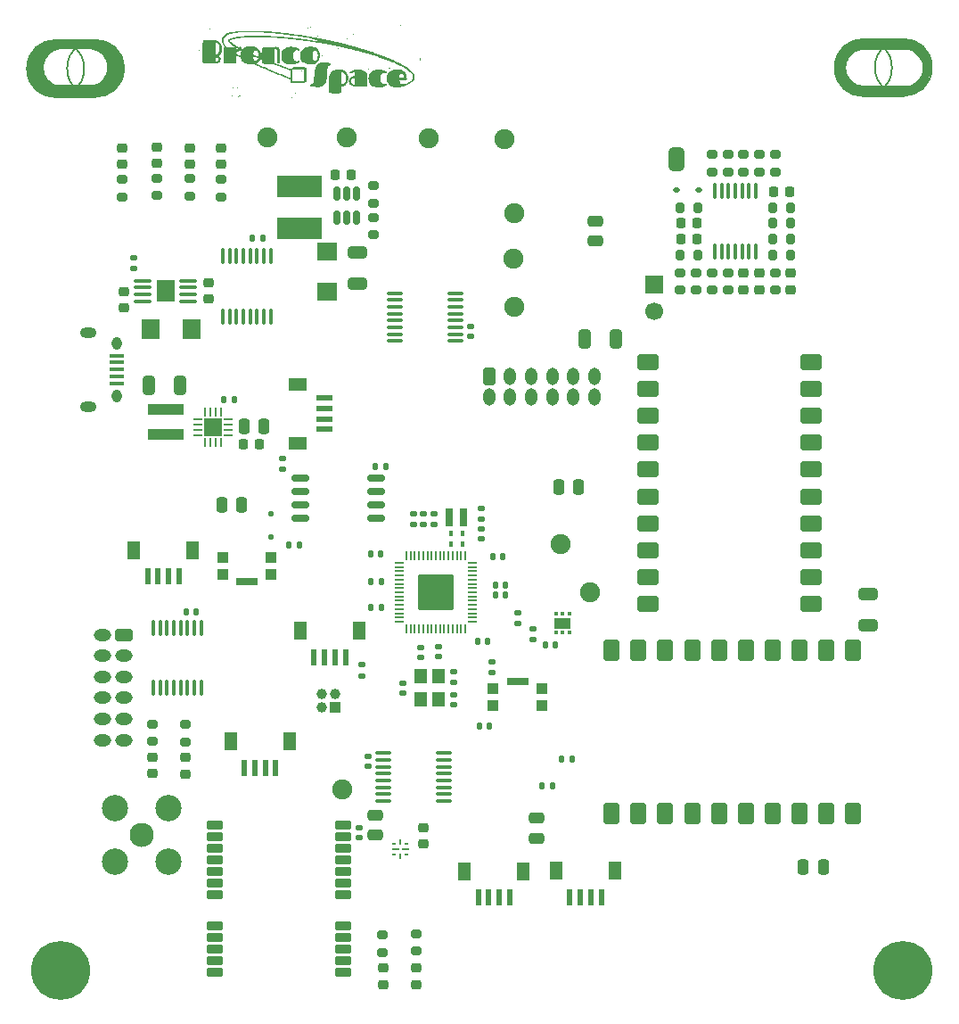
<source format=gbr>
%TF.GenerationSoftware,KiCad,Pcbnew,9.0.4*%
%TF.CreationDate,2025-10-16T15:09:17-07:00*%
%TF.ProjectId,Cygnet Skywalker v1,4379676e-6574-4205-936b-7977616c6b65,rev?*%
%TF.SameCoordinates,Original*%
%TF.FileFunction,Soldermask,Top*%
%TF.FilePolarity,Negative*%
%FSLAX46Y46*%
G04 Gerber Fmt 4.6, Leading zero omitted, Abs format (unit mm)*
G04 Created by KiCad (PCBNEW 9.0.4) date 2025-10-16 15:09:17*
%MOMM*%
%LPD*%
G01*
G04 APERTURE LIST*
G04 Aperture macros list*
%AMRoundRect*
0 Rectangle with rounded corners*
0 $1 Rounding radius*
0 $2 $3 $4 $5 $6 $7 $8 $9 X,Y pos of 4 corners*
0 Add a 4 corners polygon primitive as box body*
4,1,4,$2,$3,$4,$5,$6,$7,$8,$9,$2,$3,0*
0 Add four circle primitives for the rounded corners*
1,1,$1+$1,$2,$3*
1,1,$1+$1,$4,$5*
1,1,$1+$1,$6,$7*
1,1,$1+$1,$8,$9*
0 Add four rect primitives between the rounded corners*
20,1,$1+$1,$2,$3,$4,$5,0*
20,1,$1+$1,$4,$5,$6,$7,0*
20,1,$1+$1,$6,$7,$8,$9,0*
20,1,$1+$1,$8,$9,$2,$3,0*%
%AMFreePoly0*
4,1,18,-0.437500,0.050000,-0.433694,0.069134,-0.422855,0.085355,-0.406634,0.096194,-0.387500,0.100000,0.387500,0.100000,0.437500,0.050000,0.437500,-0.050000,0.433694,-0.069134,0.422855,-0.085355,0.406634,-0.096194,0.387500,-0.100000,-0.387500,-0.100000,-0.406634,-0.096194,-0.422855,-0.085355,-0.433694,-0.069134,-0.437500,-0.050000,-0.437500,0.050000,-0.437500,0.050000,$1*%
%AMFreePoly1*
4,1,18,-0.437500,0.050000,-0.433694,0.069134,-0.422855,0.085355,-0.406634,0.096194,-0.387500,0.100000,0.387500,0.100000,0.406634,0.096194,0.422855,0.085355,0.433694,0.069134,0.437500,0.050000,0.437500,-0.050000,0.387500,-0.100000,-0.387500,-0.100000,-0.406634,-0.096194,-0.422855,-0.085355,-0.433694,-0.069134,-0.437500,-0.050000,-0.437500,0.050000,-0.437500,0.050000,$1*%
%AMFreePoly2*
4,1,18,-0.100000,0.387500,-0.050000,0.437500,0.050000,0.437500,0.069134,0.433694,0.085355,0.422855,0.096194,0.406634,0.100000,0.387500,0.100000,-0.387500,0.096194,-0.406634,0.085355,-0.422855,0.069134,-0.433694,0.050000,-0.437500,-0.050000,-0.437500,-0.069134,-0.433694,-0.085355,-0.422855,-0.096194,-0.406634,-0.100000,-0.387500,-0.100000,0.387500,-0.100000,0.387500,$1*%
%AMFreePoly3*
4,1,18,-0.100000,0.387500,-0.096194,0.406634,-0.085355,0.422855,-0.069134,0.433694,-0.050000,0.437500,0.050000,0.437500,0.100000,0.387500,0.100000,-0.387500,0.096194,-0.406634,0.085355,-0.422855,0.069134,-0.433694,0.050000,-0.437500,-0.050000,-0.437500,-0.069134,-0.433694,-0.085355,-0.422855,-0.096194,-0.406634,-0.100000,-0.387500,-0.100000,0.387500,-0.100000,0.387500,$1*%
%AMFreePoly4*
4,1,18,-0.437500,0.050000,-0.433694,0.069134,-0.422855,0.085355,-0.406634,0.096194,-0.387500,0.100000,0.387500,0.100000,0.406634,0.096194,0.422855,0.085355,0.433694,0.069134,0.437500,0.050000,0.437500,-0.050000,0.433694,-0.069134,0.422855,-0.085355,0.406634,-0.096194,0.387500,-0.100000,-0.387500,-0.100000,-0.437500,-0.050000,-0.437500,0.050000,-0.437500,0.050000,$1*%
%AMFreePoly5*
4,1,18,-0.437500,0.050000,-0.387500,0.100000,0.387500,0.100000,0.406634,0.096194,0.422855,0.085355,0.433694,0.069134,0.437500,0.050000,0.437500,-0.050000,0.433694,-0.069134,0.422855,-0.085355,0.406634,-0.096194,0.387500,-0.100000,-0.387500,-0.100000,-0.406634,-0.096194,-0.422855,-0.085355,-0.433694,-0.069134,-0.437500,-0.050000,-0.437500,0.050000,-0.437500,0.050000,$1*%
%AMFreePoly6*
4,1,18,-0.100000,0.387500,-0.096194,0.406634,-0.085355,0.422855,-0.069134,0.433694,-0.050000,0.437500,0.050000,0.437500,0.069134,0.433694,0.085355,0.422855,0.096194,0.406634,0.100000,0.387500,0.100000,-0.387500,0.050000,-0.437500,-0.050000,-0.437500,-0.069134,-0.433694,-0.085355,-0.422855,-0.096194,-0.406634,-0.100000,-0.387500,-0.100000,0.387500,-0.100000,0.387500,$1*%
%AMFreePoly7*
4,1,18,-0.100000,0.387500,-0.096194,0.406634,-0.085355,0.422855,-0.069134,0.433694,-0.050000,0.437500,0.050000,0.437500,0.069134,0.433694,0.085355,0.422855,0.096194,0.406634,0.100000,0.387500,0.100000,-0.387500,0.096194,-0.406634,0.085355,-0.422855,0.069134,-0.433694,0.050000,-0.437500,-0.050000,-0.437500,-0.100000,-0.387500,-0.100000,0.387500,-0.100000,0.387500,$1*%
%AMFreePoly8*
4,1,23,0.500000,-0.750000,0.000000,-0.750000,0.000000,-0.745722,-0.065263,-0.745722,-0.191342,-0.711940,-0.304381,-0.646677,-0.396677,-0.554381,-0.461940,-0.441342,-0.495722,-0.315263,-0.495722,-0.250000,-0.500000,-0.250000,-0.500000,0.250000,-0.495722,0.250000,-0.495722,0.315263,-0.461940,0.441342,-0.396677,0.554381,-0.304381,0.646677,-0.191342,0.711940,-0.065263,0.745722,0.000000,0.745722,
0.000000,0.750000,0.500000,0.750000,0.500000,-0.750000,0.500000,-0.750000,$1*%
%AMFreePoly9*
4,1,23,0.000000,0.745722,0.065263,0.745722,0.191342,0.711940,0.304381,0.646677,0.396677,0.554381,0.461940,0.441342,0.495722,0.315263,0.495722,0.250000,0.500000,0.250000,0.500000,-0.250000,0.495722,-0.250000,0.495722,-0.315263,0.461940,-0.441342,0.396677,-0.554381,0.304381,-0.646677,0.191342,-0.711940,0.065263,-0.745722,0.000000,-0.745722,0.000000,-0.750000,-0.500000,-0.750000,
-0.500000,0.750000,0.000000,0.750000,0.000000,0.745722,0.000000,0.745722,$1*%
G04 Aperture macros list end*
%ADD10C,0.150000*%
%ADD11C,0.000000*%
%ADD12RoundRect,0.135000X0.185000X-0.135000X0.185000X0.135000X-0.185000X0.135000X-0.185000X-0.135000X0*%
%ADD13RoundRect,0.135000X-0.185000X0.135000X-0.185000X-0.135000X0.185000X-0.135000X0.185000X0.135000X0*%
%ADD14R,4.220000X2.120000*%
%ADD15RoundRect,0.225000X-0.250000X0.225000X-0.250000X-0.225000X0.250000X-0.225000X0.250000X0.225000X0*%
%ADD16RoundRect,0.225000X-0.225000X-0.250000X0.225000X-0.250000X0.225000X0.250000X-0.225000X0.250000X0*%
%ADD17RoundRect,0.140000X-0.170000X0.140000X-0.170000X-0.140000X0.170000X-0.140000X0.170000X0.140000X0*%
%ADD18C,1.900000*%
%ADD19RoundRect,0.135000X-0.135000X-0.185000X0.135000X-0.185000X0.135000X0.185000X-0.135000X0.185000X0*%
%ADD20RoundRect,0.218750X-0.256250X0.218750X-0.256250X-0.218750X0.256250X-0.218750X0.256250X0.218750X0*%
%ADD21RoundRect,0.225000X0.250000X-0.225000X0.250000X0.225000X-0.250000X0.225000X-0.250000X-0.225000X0*%
%ADD22R,1.000000X1.100000*%
%ADD23R,2.000000X0.700000*%
%ADD24RoundRect,0.200000X0.275000X-0.200000X0.275000X0.200000X-0.275000X0.200000X-0.275000X-0.200000X0*%
%ADD25RoundRect,0.200000X0.200000X0.275000X-0.200000X0.275000X-0.200000X-0.275000X0.200000X-0.275000X0*%
%ADD26RoundRect,0.140000X0.140000X0.170000X-0.140000X0.170000X-0.140000X-0.170000X0.140000X-0.170000X0*%
%ADD27R,0.700000X1.700000*%
%ADD28RoundRect,0.225000X0.225000X0.250000X-0.225000X0.250000X-0.225000X-0.250000X0.225000X-0.250000X0*%
%ADD29RoundRect,0.218750X0.256250X-0.218750X0.256250X0.218750X-0.256250X0.218750X-0.256250X-0.218750X0*%
%ADD30RoundRect,0.100000X0.100000X-0.637500X0.100000X0.637500X-0.100000X0.637500X-0.100000X-0.637500X0*%
%ADD31R,1.200000X1.800000*%
%ADD32R,0.600000X1.550000*%
%ADD33C,2.300000*%
%ADD34C,2.500000*%
%ADD35RoundRect,0.125000X0.125000X-0.125000X0.125000X0.125000X-0.125000X0.125000X-0.125000X-0.125000X0*%
%ADD36RoundRect,0.100000X-0.637500X-0.100000X0.637500X-0.100000X0.637500X0.100000X-0.637500X0.100000X0*%
%ADD37RoundRect,0.135000X0.135000X0.185000X-0.135000X0.185000X-0.135000X-0.185000X0.135000X-0.185000X0*%
%ADD38RoundRect,0.250000X-0.575000X0.350000X-0.575000X-0.350000X0.575000X-0.350000X0.575000X0.350000X0*%
%ADD39O,1.650000X1.200000*%
%ADD40RoundRect,0.250000X0.650000X-0.325000X0.650000X0.325000X-0.650000X0.325000X-0.650000X-0.325000X0*%
%ADD41R,1.700000X1.700000*%
%ADD42C,1.700000*%
%ADD43RoundRect,0.120750X0.680500X0.281750X-0.680500X0.281750X-0.680500X-0.281750X0.680500X-0.281750X0*%
%ADD44FreePoly0,0.000000*%
%ADD45RoundRect,0.050000X-0.387500X-0.050000X0.387500X-0.050000X0.387500X0.050000X-0.387500X0.050000X0*%
%ADD46FreePoly1,0.000000*%
%ADD47FreePoly2,0.000000*%
%ADD48RoundRect,0.050000X-0.050000X-0.387500X0.050000X-0.387500X0.050000X0.387500X-0.050000X0.387500X0*%
%ADD49FreePoly3,0.000000*%
%ADD50FreePoly4,0.000000*%
%ADD51FreePoly5,0.000000*%
%ADD52FreePoly6,0.000000*%
%ADD53FreePoly7,0.000000*%
%ADD54RoundRect,0.153000X1.547000X-1.547000X1.547000X1.547000X-1.547000X1.547000X-1.547000X-1.547000X0*%
%ADD55RoundRect,0.102000X0.835000X-0.777500X0.835000X0.777500X-0.835000X0.777500X-0.835000X-0.777500X0*%
%ADD56RoundRect,0.140000X-0.140000X-0.170000X0.140000X-0.170000X0.140000X0.170000X-0.140000X0.170000X0*%
%ADD57RoundRect,0.100000X0.637500X0.100000X-0.637500X0.100000X-0.637500X-0.100000X0.637500X-0.100000X0*%
%ADD58RoundRect,0.200000X-0.275000X0.200000X-0.275000X-0.200000X0.275000X-0.200000X0.275000X0.200000X0*%
%ADD59RoundRect,0.112500X0.187500X0.112500X-0.187500X0.112500X-0.187500X-0.112500X0.187500X-0.112500X0*%
%ADD60RoundRect,0.250000X-0.250000X-0.475000X0.250000X-0.475000X0.250000X0.475000X-0.250000X0.475000X0*%
%ADD61RoundRect,0.250000X-0.475000X0.250000X-0.475000X-0.250000X0.475000X-0.250000X0.475000X0.250000X0*%
%ADD62C,5.600000*%
%ADD63RoundRect,0.250000X0.475000X-0.250000X0.475000X0.250000X-0.475000X0.250000X-0.475000X-0.250000X0*%
%ADD64RoundRect,0.093750X-0.106250X0.093750X-0.106250X-0.093750X0.106250X-0.093750X0.106250X0.093750X0*%
%ADD65R,1.600000X1.000000*%
%ADD66R,3.400000X0.980000*%
%ADD67RoundRect,0.062500X-0.350000X-0.062500X0.350000X-0.062500X0.350000X0.062500X-0.350000X0.062500X0*%
%ADD68RoundRect,0.062500X-0.062500X-0.350000X0.062500X-0.350000X0.062500X0.350000X-0.062500X0.350000X0*%
%ADD69R,1.680000X1.680000*%
%ADD70R,1.200000X1.400000*%
%ADD71RoundRect,0.150000X0.150000X-0.512500X0.150000X0.512500X-0.150000X0.512500X-0.150000X-0.512500X0*%
%ADD72R,1.800000X1.200000*%
%ADD73R,1.550000X0.600000*%
%ADD74RoundRect,0.140000X0.170000X-0.140000X0.170000X0.140000X-0.170000X0.140000X-0.170000X-0.140000X0*%
%ADD75RoundRect,0.225000X-0.775000X-0.525000X0.775000X-0.525000X0.775000X0.525000X-0.775000X0.525000X0*%
%ADD76R,0.460000X0.610000*%
%ADD77R,0.460000X0.620000*%
%ADD78R,1.000000X1.000000*%
%ADD79C,1.000000*%
%ADD80RoundRect,0.250000X-0.350000X-0.575000X0.350000X-0.575000X0.350000X0.575000X-0.350000X0.575000X0*%
%ADD81O,1.200000X1.650000*%
%ADD82RoundRect,0.162500X-0.650000X-0.162500X0.650000X-0.162500X0.650000X0.162500X-0.650000X0.162500X0*%
%ADD83RoundRect,0.200000X-0.200000X-0.275000X0.200000X-0.275000X0.200000X0.275000X-0.200000X0.275000X0*%
%ADD84FreePoly8,90.000000*%
%ADD85FreePoly9,90.000000*%
%ADD86R,1.350000X0.400000*%
%ADD87O,1.550000X1.000000*%
%ADD88O,0.950000X1.250000*%
%ADD89O,1.690000X0.360000*%
%ADD90R,1.700000X2.100000*%
%ADD91RoundRect,0.225000X-0.525000X0.775000X-0.525000X-0.775000X0.525000X-0.775000X0.525000X0.775000X0*%
%ADD92RoundRect,0.250000X0.325000X0.650000X-0.325000X0.650000X-0.325000X-0.650000X0.325000X-0.650000X0*%
%ADD93RoundRect,0.102000X-0.777500X-0.835000X0.777500X-0.835000X0.777500X0.835000X-0.777500X0.835000X0*%
%ADD94R,0.450000X0.250000*%
%ADD95R,0.700000X0.250000*%
%ADD96R,0.250000X0.580000*%
G04 APERTURE END LIST*
D10*
X187673208Y-68593782D02*
X183873208Y-68600289D01*
X263274880Y-71205329D02*
G75*
G02*
X257860086Y-71205329I-2707397J0D01*
G01*
X257860086Y-71205329D02*
G75*
G02*
X263274880Y-71205329I2707397J0D01*
G01*
X183823208Y-73993782D02*
X187623208Y-74000289D01*
X186530605Y-71297035D02*
G75*
G02*
X181115811Y-71297035I-2707397J0D01*
G01*
X181115811Y-71297035D02*
G75*
G02*
X186530605Y-71297035I2707397J0D01*
G01*
X264417483Y-68502076D02*
X260617483Y-68508583D01*
X190315616Y-71271737D02*
G75*
G02*
X184930800Y-71271737I-2692408J0D01*
G01*
X184930800Y-71271737D02*
G75*
G02*
X190315616Y-71271737I2692408J0D01*
G01*
X267059891Y-71180031D02*
G75*
G02*
X261675075Y-71180031I-2692408J0D01*
G01*
X261675075Y-71180031D02*
G75*
G02*
X267059891Y-71180031I2692408J0D01*
G01*
X260567483Y-73902076D02*
X264367483Y-73908583D01*
D11*
%TO.C,G\u002A\u002A\u002A*%
G36*
X197507078Y-67259034D02*
G01*
X197495937Y-67270174D01*
X197484797Y-67259034D01*
X197495937Y-67247894D01*
X197507078Y-67259034D01*
G37*
G36*
X197529358Y-67125350D02*
G01*
X197518218Y-67136489D01*
X197507078Y-67125350D01*
X197518218Y-67114210D01*
X197529358Y-67125350D01*
G37*
G36*
X198799358Y-73118859D02*
G01*
X198788218Y-73129999D01*
X198777079Y-73118859D01*
X198788218Y-73107718D01*
X198799358Y-73118859D01*
G37*
G36*
X199868832Y-68618157D02*
G01*
X199857692Y-68629297D01*
X199846551Y-68618157D01*
X199857692Y-68607017D01*
X199868832Y-68618157D01*
G37*
G36*
X203834796Y-73831841D02*
G01*
X203823657Y-73842981D01*
X203812515Y-73831841D01*
X203823657Y-73820701D01*
X203834796Y-73831841D01*
G37*
G36*
X206352516Y-73876402D02*
G01*
X206341376Y-73887543D01*
X206330236Y-73876402D01*
X206341376Y-73865262D01*
X206352516Y-73876402D01*
G37*
G36*
X206397078Y-73007455D02*
G01*
X206385937Y-73018595D01*
X206374797Y-73007455D01*
X206385937Y-72996315D01*
X206397078Y-73007455D01*
G37*
G36*
X206597604Y-73831841D02*
G01*
X206586464Y-73842981D01*
X206575323Y-73831841D01*
X206586464Y-73820701D01*
X206597604Y-73831841D01*
G37*
G36*
X206909534Y-73898683D02*
G01*
X206898393Y-73909824D01*
X206887253Y-73898683D01*
X206898393Y-73887543D01*
X206909534Y-73898683D01*
G37*
G36*
X207800762Y-71202718D02*
G01*
X207789622Y-71213859D01*
X207778481Y-71202718D01*
X207789622Y-71191578D01*
X207800762Y-71202718D01*
G37*
G36*
X210051113Y-67637806D02*
G01*
X210039972Y-67648946D01*
X210028832Y-67637806D01*
X210039972Y-67626666D01*
X210051113Y-67637806D01*
G37*
G36*
X210229358Y-69687631D02*
G01*
X210218218Y-69698771D01*
X210207079Y-69687631D01*
X210218218Y-69676490D01*
X210229358Y-69687631D01*
G37*
G36*
X211543920Y-68462192D02*
G01*
X211532779Y-68473332D01*
X211521639Y-68462192D01*
X211532779Y-68451052D01*
X211543920Y-68462192D01*
G37*
G36*
X218918831Y-69553946D02*
G01*
X218907692Y-69565087D01*
X218896551Y-69553946D01*
X218907692Y-69542806D01*
X218918831Y-69553946D01*
G37*
G36*
X201198247Y-73048303D02*
G01*
X201195189Y-73061549D01*
X201183393Y-73063157D01*
X201165054Y-73055005D01*
X201168540Y-73048303D01*
X201194982Y-73045637D01*
X201198247Y-73048303D01*
G37*
G36*
X201354212Y-73627600D02*
G01*
X201356879Y-73654043D01*
X201354212Y-73657309D01*
X201340966Y-73654250D01*
X201339358Y-73642455D01*
X201347511Y-73624116D01*
X201354212Y-73627600D01*
G37*
G36*
X201822107Y-73939531D02*
G01*
X201824772Y-73965973D01*
X201822107Y-73969239D01*
X201808860Y-73966180D01*
X201807253Y-73954385D01*
X201815405Y-73936045D01*
X201822107Y-73939531D01*
G37*
G36*
X201888851Y-71720745D02*
G01*
X201891794Y-71766361D01*
X201888851Y-71776446D01*
X201880719Y-71779245D01*
X201877613Y-71748595D01*
X201881115Y-71716965D01*
X201888851Y-71720745D01*
G37*
G36*
X206301920Y-74052327D02*
G01*
X206295276Y-74062454D01*
X206272677Y-74064029D01*
X206248903Y-74058588D01*
X206259216Y-74050568D01*
X206294038Y-74047912D01*
X206301920Y-74052327D01*
G37*
G36*
X206879826Y-70864794D02*
G01*
X206876768Y-70878040D01*
X206864972Y-70879648D01*
X206846633Y-70871496D01*
X206850119Y-70864794D01*
X206876561Y-70862128D01*
X206879826Y-70864794D01*
G37*
G36*
X207214037Y-71510936D02*
G01*
X207210978Y-71524180D01*
X207199183Y-71525788D01*
X207180843Y-71517636D01*
X207184329Y-71510935D01*
X207210771Y-71508268D01*
X207214037Y-71510936D01*
G37*
G36*
X207280879Y-72313040D02*
G01*
X207283545Y-72339482D01*
X207280879Y-72342748D01*
X207267633Y-72339689D01*
X207266025Y-72327894D01*
X207274177Y-72309554D01*
X207280879Y-72313040D01*
G37*
G36*
X207906131Y-71155836D02*
G01*
X207899486Y-71165963D01*
X207876888Y-71167538D01*
X207853113Y-71162097D01*
X207863426Y-71154077D01*
X207898248Y-71151421D01*
X207906131Y-71155836D01*
G37*
G36*
X211068598Y-70307777D02*
G01*
X211065540Y-70321023D01*
X211053744Y-70322631D01*
X211035405Y-70314478D01*
X211038891Y-70307777D01*
X211065332Y-70305110D01*
X211068598Y-70307777D01*
G37*
G36*
X218955967Y-68592163D02*
G01*
X218952908Y-68605409D01*
X218941112Y-68607017D01*
X218922773Y-68598864D01*
X218926259Y-68592164D01*
X218952701Y-68589496D01*
X218955967Y-68592163D01*
G37*
G36*
X197479227Y-67368321D02*
G01*
X197521327Y-67407825D01*
X197527405Y-67425031D01*
X197521671Y-67426139D01*
X197503475Y-67411114D01*
X197471540Y-67376008D01*
X197429095Y-67325876D01*
X197479227Y-67368321D01*
G37*
G36*
X200512963Y-73736218D02*
G01*
X200510232Y-73756939D01*
X200497961Y-73773711D01*
X200483399Y-73756849D01*
X200475224Y-73724048D01*
X200479320Y-73715242D01*
X200501346Y-73711583D01*
X200512963Y-73736218D01*
G37*
G36*
X205766416Y-68841663D02*
G01*
X205753702Y-68858046D01*
X205734968Y-68872126D01*
X205739643Y-68849800D01*
X205741229Y-68845574D01*
X205758880Y-68818289D01*
X205768915Y-68818094D01*
X205766416Y-68841663D01*
G37*
G36*
X206776213Y-73698381D02*
G01*
X206789066Y-73725083D01*
X206786038Y-73733118D01*
X206764530Y-73752873D01*
X206754005Y-73730372D01*
X206753569Y-73719123D01*
X206764531Y-73696175D01*
X206776213Y-73698381D01*
G37*
G36*
X210534123Y-70602987D02*
G01*
X210530233Y-70629711D01*
X210500903Y-70651735D01*
X210478176Y-70642038D01*
X210474446Y-70625277D01*
X210492385Y-70594585D01*
X210509724Y-70589999D01*
X210534123Y-70602987D01*
G37*
G36*
X217935039Y-69819187D02*
G01*
X217958958Y-69841621D01*
X217954051Y-69854519D01*
X217950936Y-69854736D01*
X217932091Y-69838910D01*
X217925213Y-69829013D01*
X217922587Y-69813766D01*
X217935039Y-69819187D01*
G37*
G36*
X199549912Y-70693514D02*
G01*
X199545762Y-70701402D01*
X199524769Y-70722681D01*
X199520851Y-70723682D01*
X199519331Y-70709291D01*
X199523481Y-70701402D01*
X199544473Y-70680124D01*
X199548391Y-70679122D01*
X199549912Y-70693514D01*
G37*
G36*
X199815915Y-67123540D02*
G01*
X199824271Y-67136490D01*
X199805609Y-67154593D01*
X199779709Y-67158771D01*
X199743504Y-67149439D01*
X199735148Y-67136490D01*
X199753809Y-67118387D01*
X199779709Y-67114210D01*
X199815915Y-67123540D01*
G37*
G36*
X199907524Y-68531523D02*
G01*
X199891113Y-68562455D01*
X199873809Y-68583335D01*
X199869249Y-68563267D01*
X199869173Y-68558200D01*
X199880527Y-68517914D01*
X199891113Y-68506753D01*
X199910795Y-68504955D01*
X199907524Y-68531523D01*
G37*
G36*
X200581814Y-73854122D02*
G01*
X200603069Y-73874143D01*
X200604095Y-73877717D01*
X200586857Y-73887287D01*
X200581814Y-73887543D01*
X200560390Y-73870414D01*
X200559534Y-73863947D01*
X200573184Y-73850640D01*
X200581814Y-73854122D01*
G37*
G36*
X200705466Y-73098854D02*
G01*
X200693218Y-73118859D01*
X200659669Y-73146944D01*
X200643200Y-73152280D01*
X200636409Y-73138863D01*
X200648657Y-73118859D01*
X200682205Y-73090774D01*
X200698674Y-73085438D01*
X200705466Y-73098854D01*
G37*
G36*
X200995792Y-73229602D02*
G01*
X200994007Y-73241402D01*
X200974950Y-73262635D01*
X200971727Y-73263683D01*
X200954013Y-73248143D01*
X200949446Y-73241402D01*
X200954737Y-73222526D01*
X200971727Y-73219122D01*
X200995792Y-73229602D01*
G37*
G36*
X201488027Y-68843827D02*
G01*
X201491053Y-68850433D01*
X201480297Y-68870749D01*
X201461902Y-68874385D01*
X201434172Y-68863080D01*
X201432752Y-68850433D01*
X201455754Y-68827414D01*
X201461902Y-68826481D01*
X201488027Y-68843827D01*
G37*
G36*
X201517141Y-72371818D02*
G01*
X201534314Y-72389166D01*
X201522721Y-72410294D01*
X201473043Y-72417017D01*
X201421969Y-72409661D01*
X201411771Y-72389166D01*
X201438626Y-72367417D01*
X201473043Y-72361315D01*
X201517141Y-72371818D01*
G37*
G36*
X202668542Y-68420140D02*
G01*
X202665060Y-68428771D01*
X202645038Y-68450026D01*
X202641464Y-68451052D01*
X202631894Y-68433813D01*
X202631639Y-68428771D01*
X202648767Y-68407346D01*
X202655235Y-68406490D01*
X202668542Y-68420140D01*
G37*
G36*
X202764676Y-73993621D02*
G01*
X202765323Y-73998946D01*
X202748368Y-74020580D01*
X202743043Y-74021227D01*
X202721409Y-74004272D01*
X202720762Y-73998946D01*
X202737717Y-73977313D01*
X202743043Y-73976666D01*
X202764676Y-73993621D01*
G37*
G36*
X203141092Y-72187870D02*
G01*
X203144095Y-72202720D01*
X203131022Y-72241215D01*
X203121814Y-72249911D01*
X203102537Y-72245110D01*
X203099534Y-72230260D01*
X203112607Y-72191765D01*
X203121814Y-72183069D01*
X203141092Y-72187870D01*
G37*
G36*
X203404167Y-68487336D02*
G01*
X203407193Y-68493942D01*
X203396438Y-68514258D01*
X203378044Y-68517894D01*
X203350313Y-68506588D01*
X203348892Y-68493942D01*
X203371894Y-68470922D01*
X203378043Y-68469990D01*
X203404167Y-68487336D01*
G37*
G36*
X205015027Y-72144322D02*
G01*
X205015674Y-72149647D01*
X204998719Y-72171281D01*
X204993393Y-72171928D01*
X204971760Y-72154974D01*
X204971113Y-72149648D01*
X204988068Y-72128015D01*
X204993393Y-72127367D01*
X205015027Y-72144322D01*
G37*
G36*
X206105179Y-68560383D02*
G01*
X206107429Y-68571962D01*
X206088686Y-68600887D01*
X206061010Y-68607017D01*
X206027053Y-68596372D01*
X206023865Y-68579166D01*
X206047840Y-68551422D01*
X206081531Y-68544593D01*
X206105179Y-68560383D01*
G37*
G36*
X206645577Y-71607989D02*
G01*
X206664446Y-71626052D01*
X206683059Y-71658805D01*
X206681936Y-71671690D01*
X206661035Y-71666395D01*
X206642164Y-71648332D01*
X206623553Y-71615579D01*
X206624675Y-71602694D01*
X206645577Y-71607989D01*
G37*
G36*
X206657441Y-73605742D02*
G01*
X206653600Y-73628694D01*
X206633677Y-73654126D01*
X206606410Y-73677298D01*
X206597970Y-73667191D01*
X206597604Y-73656503D01*
X206610326Y-73620382D01*
X206637297Y-73600621D01*
X206657441Y-73605742D01*
G37*
G36*
X208755385Y-68196765D02*
G01*
X208746291Y-68223413D01*
X208720356Y-68244734D01*
X208718433Y-68245424D01*
X208701657Y-68238463D01*
X208705499Y-68218966D01*
X208728267Y-68188320D01*
X208740792Y-68183683D01*
X208755385Y-68196765D01*
G37*
G36*
X208981639Y-70470624D02*
G01*
X208968902Y-70503327D01*
X208946989Y-70535609D01*
X208923954Y-70563000D01*
X208923915Y-70555510D01*
X208938867Y-70523157D01*
X208965455Y-70471122D01*
X208978640Y-70456633D01*
X208981639Y-70470624D01*
G37*
G36*
X209178395Y-70045012D02*
G01*
X209182165Y-70055262D01*
X209164119Y-70075029D01*
X209148744Y-70077543D01*
X209119094Y-70065512D01*
X209115323Y-70055262D01*
X209133369Y-70035495D01*
X209148744Y-70032981D01*
X209178395Y-70045012D01*
G37*
G36*
X209981275Y-69835060D02*
G01*
X209974046Y-69853252D01*
X209941661Y-69876021D01*
X209908760Y-69858416D01*
X209906191Y-69854578D01*
X209911157Y-69829234D01*
X209928118Y-69818405D01*
X209968504Y-69814005D01*
X209981275Y-69835060D01*
G37*
G36*
X210576410Y-69459097D02*
G01*
X210580856Y-69486697D01*
X210556081Y-69512158D01*
X210524058Y-69520525D01*
X210499693Y-69517326D01*
X210507823Y-69500487D01*
X210524843Y-69482860D01*
X210558587Y-69459038D01*
X210576410Y-69459097D01*
G37*
G36*
X210738044Y-69376591D02*
G01*
X210741814Y-69386841D01*
X210723768Y-69406608D01*
X210708393Y-69409122D01*
X210678743Y-69397091D01*
X210674972Y-69386841D01*
X210693019Y-69367074D01*
X210708393Y-69364560D01*
X210738044Y-69376591D01*
G37*
G36*
X211610506Y-68490571D02*
G01*
X211610762Y-68495613D01*
X211593634Y-68517038D01*
X211587166Y-68517894D01*
X211573859Y-68504244D01*
X211577341Y-68495613D01*
X211597362Y-68474358D01*
X211600936Y-68473332D01*
X211610506Y-68490571D01*
G37*
G36*
X212121079Y-67992976D02*
G01*
X212145185Y-68020660D01*
X212129670Y-68042230D01*
X212085023Y-68049999D01*
X212044252Y-68047416D01*
X212042251Y-68034028D01*
X212060603Y-68013942D01*
X212098113Y-67991439D01*
X212121079Y-67992976D01*
G37*
G36*
X213612310Y-71320845D02*
G01*
X213616025Y-71336402D01*
X213599410Y-71364429D01*
X213564277Y-71368315D01*
X213542362Y-71355575D01*
X213537180Y-71328313D01*
X213562674Y-71306684D01*
X213583919Y-71302981D01*
X213612310Y-71320845D01*
G37*
G36*
X213912254Y-70361107D02*
G01*
X213916814Y-70367192D01*
X213911763Y-70386266D01*
X213895849Y-70389473D01*
X213865364Y-70377840D01*
X213861113Y-70367192D01*
X213877104Y-70345549D01*
X213882078Y-70344911D01*
X213912254Y-70361107D01*
G37*
G36*
X214497897Y-67124690D02*
G01*
X214496113Y-67136490D01*
X214477055Y-67157722D01*
X214473832Y-67158771D01*
X214456118Y-67143231D01*
X214451551Y-67136490D01*
X214456842Y-67117614D01*
X214473832Y-67114210D01*
X214497897Y-67124690D01*
G37*
G36*
X216623272Y-67175726D02*
G01*
X216623920Y-67181052D01*
X216606965Y-67202685D01*
X216601639Y-67203332D01*
X216580006Y-67186377D01*
X216579358Y-67181052D01*
X216596313Y-67159417D01*
X216601639Y-67158771D01*
X216623272Y-67175726D01*
G37*
G36*
X218488778Y-70795231D02*
G01*
X218495499Y-70814121D01*
X218481480Y-70833737D01*
X218453291Y-70826764D01*
X218438881Y-70811324D01*
X218432864Y-70781318D01*
X218436083Y-70775671D01*
X218462143Y-70773992D01*
X218488778Y-70795231D01*
G37*
G36*
X198483547Y-67510816D02*
G01*
X198487429Y-67526402D01*
X198484425Y-67555092D01*
X198481858Y-67558064D01*
X198459351Y-67549435D01*
X198448437Y-67545067D01*
X198422385Y-67521409D01*
X198431180Y-67498546D01*
X198454006Y-67492981D01*
X198483547Y-67510816D01*
G37*
G36*
X201116557Y-73063239D02*
G01*
X201135140Y-73082343D01*
X201124056Y-73108103D01*
X201099841Y-73134217D01*
X201064476Y-73163828D01*
X201051442Y-73158032D01*
X201051275Y-73151661D01*
X201063291Y-73089029D01*
X201088848Y-73059023D01*
X201116557Y-73063239D01*
G37*
G36*
X201379609Y-73131512D02*
G01*
X201398082Y-73141002D01*
X201437429Y-73163460D01*
X201438955Y-73172774D01*
X201414499Y-73174423D01*
X201362779Y-73159666D01*
X201339359Y-73141139D01*
X201321361Y-73114324D01*
X201333677Y-73111118D01*
X201379609Y-73131512D01*
G37*
G36*
X203032104Y-67363929D02*
G01*
X203032350Y-67376008D01*
X203024230Y-67415127D01*
X203010411Y-67426139D01*
X202989014Y-67413344D01*
X202988471Y-67409428D01*
X202999604Y-67378186D01*
X203010411Y-67359297D01*
X203026664Y-67341799D01*
X203032104Y-67363929D01*
G37*
G36*
X206931009Y-67389494D02*
G01*
X206931473Y-67408114D01*
X206924251Y-67457449D01*
X206909534Y-67481841D01*
X206891420Y-67475846D01*
X206887594Y-67455305D01*
X206899750Y-67401025D01*
X206909534Y-67381578D01*
X206925062Y-67366242D01*
X206931009Y-67389494D01*
G37*
G36*
X215588105Y-71225480D02*
G01*
X215599007Y-71247280D01*
X215581293Y-71272588D01*
X215542764Y-71281057D01*
X215505340Y-71268471D01*
X215502458Y-71265847D01*
X215488050Y-71234917D01*
X215513742Y-71216717D01*
X215543306Y-71213860D01*
X215588105Y-71225480D01*
G37*
G36*
X201539868Y-73044193D02*
G01*
X201539885Y-73046560D01*
X201524051Y-73088086D01*
X201506464Y-73107718D01*
X201480014Y-73123588D01*
X201473060Y-73104402D01*
X201473043Y-73102034D01*
X201488876Y-73060508D01*
X201506464Y-73040876D01*
X201532913Y-73025007D01*
X201539868Y-73044193D01*
G37*
G36*
X207767278Y-67358081D02*
G01*
X207802206Y-67382987D01*
X207838952Y-67417464D01*
X207863858Y-67449442D01*
X207867604Y-67460708D01*
X207853725Y-67471908D01*
X207820252Y-67457243D01*
X207780120Y-67422765D01*
X207751985Y-67382554D01*
X207747826Y-67354822D01*
X207767278Y-67358081D01*
G37*
G36*
X197524365Y-69552374D02*
G01*
X197520983Y-69577869D01*
X197480050Y-69614475D01*
X197474440Y-69618226D01*
X197424988Y-69647532D01*
X197401703Y-69650139D01*
X197395682Y-69626842D01*
X197395674Y-69625244D01*
X197415009Y-69578480D01*
X197461221Y-69547505D01*
X197489253Y-69542806D01*
X197524365Y-69552374D01*
G37*
G36*
X200853811Y-67439563D02*
G01*
X200849698Y-67447457D01*
X200831599Y-67503791D01*
X200826902Y-67547218D01*
X200818531Y-67589771D01*
X200801836Y-67604385D01*
X200786616Y-67585038D01*
X200790696Y-67534758D01*
X200800459Y-67481003D01*
X200804620Y-67448293D01*
X200804622Y-67448019D01*
X200822304Y-67426226D01*
X200838558Y-67417884D01*
X200860769Y-67414868D01*
X200853811Y-67439563D01*
G37*
G36*
X208108240Y-67230145D02*
G01*
X208108179Y-67249490D01*
X208088090Y-67292274D01*
X208062560Y-67338001D01*
X208023152Y-67398397D01*
X207994432Y-67425164D01*
X207980012Y-67415457D01*
X207979007Y-67403859D01*
X207993389Y-67373121D01*
X208023569Y-67337016D01*
X208056618Y-67292905D01*
X208068129Y-67259034D01*
X208080161Y-67229384D01*
X208090411Y-67225613D01*
X208108240Y-67230145D01*
G37*
G36*
X201383920Y-73862723D02*
G01*
X201365719Y-73884001D01*
X201320537Y-73912193D01*
X201305937Y-73919471D01*
X201255973Y-73948142D01*
X201229319Y-73973110D01*
X201227955Y-73977711D01*
X201210968Y-73998337D01*
X201205674Y-73998946D01*
X201187723Y-73980237D01*
X201183393Y-73953248D01*
X201203475Y-73909687D01*
X201260660Y-73875266D01*
X201333339Y-73848952D01*
X201372836Y-73845603D01*
X201383920Y-73862723D01*
G37*
G36*
X218485218Y-70270522D02*
G01*
X218497448Y-70300064D01*
X218509277Y-70362049D01*
X218521975Y-70461796D01*
X218525655Y-70495306D01*
X218526954Y-70558798D01*
X218515758Y-70589182D01*
X218494709Y-70581855D01*
X218484184Y-70567436D01*
X218472275Y-70528703D01*
X218463777Y-70465763D01*
X218459326Y-70393457D01*
X218459561Y-70326627D01*
X218465121Y-70280112D01*
X218471316Y-70268104D01*
X218485218Y-70270522D01*
G37*
G36*
X206193987Y-69226936D02*
G01*
X206364964Y-69230904D01*
X206505687Y-69244260D01*
X206629940Y-69269563D01*
X206751505Y-69309372D01*
X206842691Y-69347377D01*
X206934270Y-69391907D01*
X206986993Y-69429269D01*
X207004709Y-69465040D01*
X206991261Y-69504799D01*
X206970239Y-69532419D01*
X206930614Y-69571667D01*
X206898847Y-69579366D01*
X206870577Y-69568086D01*
X206820158Y-69552881D01*
X206747757Y-69543869D01*
X206714641Y-69542806D01*
X206639961Y-69547852D01*
X206589355Y-69567868D01*
X206548614Y-69604078D01*
X206482825Y-69687080D01*
X206439262Y-69776866D01*
X206413451Y-69885986D01*
X206401405Y-70016790D01*
X206401408Y-70179886D01*
X206421171Y-70310476D01*
X206462851Y-70416994D01*
X206526384Y-70505428D01*
X206575638Y-70555352D01*
X206618735Y-70580469D01*
X206675185Y-70589170D01*
X206723043Y-70589999D01*
X206799453Y-70585209D01*
X206862581Y-70572966D01*
X206885746Y-70563489D01*
X206936528Y-70552592D01*
X206979848Y-70581327D01*
X207005536Y-70636182D01*
X206995388Y-70680935D01*
X206945716Y-70727915D01*
X206861338Y-70774886D01*
X206747066Y-70819615D01*
X206607717Y-70859868D01*
X206452779Y-70892589D01*
X206326946Y-70912162D01*
X206225056Y-70919750D01*
X206128097Y-70915226D01*
X206017055Y-70898458D01*
X205969465Y-70889299D01*
X205808796Y-70844425D01*
X205659533Y-70778510D01*
X205531318Y-70697091D01*
X205433792Y-70605703D01*
X205403455Y-70564342D01*
X205325376Y-70415773D01*
X205280256Y-70263952D01*
X205264453Y-70094567D01*
X205265406Y-70021841D01*
X205287396Y-69829149D01*
X205339841Y-69667107D01*
X205425613Y-69531371D01*
X205547585Y-69417595D01*
X205708629Y-69321430D01*
X205737233Y-69307840D01*
X205811681Y-69274220D01*
X205870704Y-69251481D01*
X205926258Y-69237499D01*
X205990302Y-69230160D01*
X206074792Y-69227344D01*
X206191685Y-69226934D01*
X206193987Y-69226936D01*
G37*
G36*
X214702936Y-71377993D02*
G01*
X214822980Y-71399081D01*
X214945041Y-71429773D01*
X215061206Y-71467264D01*
X215163562Y-71508753D01*
X215244198Y-71551439D01*
X215295200Y-71592516D01*
X215309358Y-71623112D01*
X215291759Y-71666588D01*
X215248831Y-71701945D01*
X215195375Y-71722856D01*
X215146200Y-71722995D01*
X215119972Y-71704034D01*
X215083628Y-71683085D01*
X215022798Y-71680625D01*
X214952555Y-71694631D01*
X214887975Y-71723077D01*
X214867189Y-71737975D01*
X214789394Y-71822521D01*
X214737079Y-71927074D01*
X214707791Y-72058617D01*
X214699061Y-72216490D01*
X214708427Y-72379579D01*
X214738255Y-72509167D01*
X214791144Y-72612569D01*
X214869514Y-72696961D01*
X214918565Y-72730197D01*
X214971923Y-72744935D01*
X215041323Y-72741977D01*
X215138498Y-72722132D01*
X215159744Y-72716854D01*
X215223911Y-72718914D01*
X215278188Y-72750703D01*
X215307611Y-72802018D01*
X215309357Y-72818868D01*
X215289043Y-72853111D01*
X215233677Y-72893655D01*
X215151632Y-72936782D01*
X215051279Y-72978776D01*
X214940987Y-73015919D01*
X214829129Y-73044496D01*
X214780918Y-73053504D01*
X214654995Y-73071941D01*
X214554461Y-73080290D01*
X214461304Y-73078537D01*
X214357505Y-73066666D01*
X214273306Y-73053092D01*
X214126727Y-73015160D01*
X213980871Y-72954893D01*
X213851073Y-72879651D01*
X213764199Y-72808793D01*
X213711814Y-72745506D01*
X213656964Y-72662543D01*
X213624092Y-72602587D01*
X213591396Y-72528652D01*
X213570849Y-72458666D01*
X213559048Y-72376554D01*
X213552596Y-72266240D01*
X213552522Y-72264250D01*
X213551964Y-72146837D01*
X213558362Y-72039445D01*
X213570684Y-71958394D01*
X213572214Y-71952320D01*
X213638067Y-71782583D01*
X213737660Y-71641931D01*
X213870962Y-71530388D01*
X214037939Y-71447970D01*
X214238555Y-71394697D01*
X214472779Y-71370587D01*
X214592822Y-71369311D01*
X214702936Y-71377993D01*
G37*
G36*
X209326531Y-70713254D02*
G01*
X209487129Y-70716649D01*
X209636219Y-70725566D01*
X209766717Y-70739141D01*
X209871535Y-70756515D01*
X209943588Y-70776826D01*
X209969773Y-70791441D01*
X209981600Y-70827229D01*
X209962633Y-70873079D01*
X209920359Y-70916241D01*
X209884527Y-70936569D01*
X209833429Y-70967043D01*
X209777291Y-71013410D01*
X209728239Y-71063914D01*
X209698394Y-71106796D01*
X209694452Y-71120875D01*
X209691039Y-71149168D01*
X209682305Y-71208035D01*
X209671568Y-71275864D01*
X209662755Y-71335661D01*
X209653727Y-71409183D01*
X209644032Y-71501301D01*
X209633224Y-71616891D01*
X209620853Y-71760823D01*
X209606470Y-71937971D01*
X209589626Y-72153209D01*
X209583896Y-72227631D01*
X209571689Y-72351290D01*
X209555737Y-72461709D01*
X209537949Y-72547121D01*
X209526111Y-72584122D01*
X209438746Y-72741725D01*
X209321623Y-72866745D01*
X209173793Y-72959934D01*
X208994305Y-73022043D01*
X208963472Y-73028961D01*
X208883057Y-73044868D01*
X208815653Y-73054557D01*
X208750084Y-73058028D01*
X208675176Y-73055283D01*
X208579756Y-73046326D01*
X208452651Y-73031157D01*
X208435762Y-73029047D01*
X208336273Y-73015953D01*
X208249806Y-73003405D01*
X208188354Y-72993205D01*
X208168393Y-72988937D01*
X208111817Y-72974839D01*
X208062560Y-72963811D01*
X208019908Y-72947723D01*
X208003342Y-72913844D01*
X208001288Y-72875971D01*
X208004024Y-72833539D01*
X208018923Y-72806277D01*
X208056026Y-72785053D01*
X208125370Y-72760734D01*
X208129402Y-72759422D01*
X208206394Y-72730645D01*
X208254077Y-72699830D01*
X208286848Y-72656268D01*
X208298713Y-72633477D01*
X208319982Y-72575500D01*
X208341377Y-72487298D01*
X208363226Y-72366572D01*
X208385857Y-72211025D01*
X208409597Y-72018358D01*
X208434773Y-71786273D01*
X208461717Y-71512473D01*
X208467783Y-71447806D01*
X208479311Y-71342284D01*
X208493017Y-71244159D01*
X208506721Y-71168108D01*
X208513168Y-71142009D01*
X208575606Y-71009091D01*
X208677913Y-70894447D01*
X208818645Y-70799648D01*
X208836356Y-70790525D01*
X208991862Y-70712543D01*
X209326531Y-70713254D01*
G37*
G36*
X208158895Y-69222669D02*
G01*
X208249142Y-69225228D01*
X208316076Y-69231232D01*
X208370319Y-69242464D01*
X208422497Y-69260704D01*
X208483229Y-69287733D01*
X208513745Y-69302088D01*
X208675964Y-69397224D01*
X208800178Y-69512863D01*
X208888171Y-69651890D01*
X208941729Y-69817196D01*
X208962640Y-70011666D01*
X208962952Y-70028292D01*
X208948242Y-70239427D01*
X208898843Y-70424193D01*
X208815563Y-70581376D01*
X208699215Y-70709765D01*
X208550608Y-70808146D01*
X208402728Y-70866329D01*
X208316911Y-70883159D01*
X208200724Y-70894278D01*
X208068023Y-70899441D01*
X207932663Y-70898403D01*
X207808499Y-70890919D01*
X207717648Y-70878444D01*
X207560531Y-70830312D01*
X207400042Y-70750170D01*
X207318733Y-70696874D01*
X207242985Y-70629926D01*
X207177760Y-70541483D01*
X207136612Y-70467455D01*
X207102160Y-70398268D01*
X207079388Y-70343000D01*
X207065878Y-70289169D01*
X207059212Y-70224295D01*
X207056972Y-70135897D01*
X207056820Y-70082740D01*
X208237767Y-70082740D01*
X208241232Y-70191162D01*
X208248406Y-70287640D01*
X208258969Y-70360230D01*
X208268537Y-70391081D01*
X208333238Y-70484963D01*
X208408043Y-70535504D01*
X208493320Y-70542854D01*
X208576911Y-70513917D01*
X208646012Y-70453181D01*
X208695738Y-70352727D01*
X208725927Y-70213048D01*
X208736419Y-70034633D01*
X208736427Y-70030213D01*
X208726935Y-69882708D01*
X208699558Y-69759650D01*
X208656287Y-69667872D01*
X208618847Y-69626854D01*
X208560525Y-69600129D01*
X208483975Y-69588000D01*
X208476734Y-69587863D01*
X208407315Y-69594518D01*
X208357977Y-69622334D01*
X208327226Y-69654864D01*
X208283716Y-69723341D01*
X208254226Y-69799199D01*
X208252833Y-69805260D01*
X208243248Y-69877844D01*
X208238334Y-69974319D01*
X208237767Y-70082740D01*
X207056820Y-70082740D01*
X207056742Y-70055262D01*
X207057583Y-69941087D01*
X207061414Y-69859808D01*
X207070112Y-69799773D01*
X207085555Y-69749330D01*
X207109620Y-69696828D01*
X207116755Y-69682883D01*
X207209308Y-69534376D01*
X207319811Y-69418354D01*
X207456957Y-69327393D01*
X207611376Y-69260451D01*
X207670206Y-69243041D01*
X207738700Y-69231392D01*
X207826469Y-69224625D01*
X207943123Y-69221861D01*
X208034709Y-69221776D01*
X208158895Y-69222669D01*
G37*
G36*
X212727691Y-71406166D02*
G01*
X212829205Y-71408869D01*
X212905141Y-71414579D01*
X212964988Y-71424320D01*
X213018233Y-71439119D01*
X213066403Y-71456842D01*
X213204479Y-71526058D01*
X213308580Y-71614327D01*
X213387897Y-71729624D01*
X213393807Y-71740960D01*
X213411438Y-71777179D01*
X213424960Y-71812247D01*
X213435022Y-71852681D01*
X213442277Y-71904997D01*
X213447373Y-71975711D01*
X213450966Y-72071341D01*
X213453703Y-72198403D01*
X213456238Y-72363411D01*
X213456276Y-72366111D01*
X213463633Y-72883364D01*
X213350682Y-72996315D01*
X212787082Y-72993874D01*
X212627515Y-72992480D01*
X212477929Y-72989859D01*
X212345625Y-72986241D01*
X212237904Y-72981857D01*
X212162069Y-72976939D01*
X212130877Y-72973111D01*
X211977344Y-72923687D01*
X211852395Y-72844548D01*
X211759126Y-72740398D01*
X211700631Y-72615938D01*
X211680007Y-72475876D01*
X211685307Y-72436544D01*
X211928537Y-72436544D01*
X211930142Y-72534274D01*
X211952022Y-72622329D01*
X212004392Y-72696948D01*
X212085064Y-72756488D01*
X212178031Y-72790564D01*
X212217911Y-72794804D01*
X212279183Y-72795788D01*
X212279183Y-72472718D01*
X212278891Y-72346802D01*
X212277382Y-72258707D01*
X212273708Y-72201697D01*
X212266923Y-72169033D01*
X212256077Y-72153978D01*
X212240223Y-72149792D01*
X212233734Y-72149648D01*
X212172973Y-72163060D01*
X212097297Y-72197050D01*
X212024789Y-72242250D01*
X211980715Y-72280736D01*
X211945870Y-72346363D01*
X211928537Y-72436544D01*
X211685307Y-72436544D01*
X211700350Y-72324912D01*
X211701492Y-72320747D01*
X211752663Y-72213222D01*
X211838498Y-72115863D01*
X211949165Y-72036257D01*
X212074841Y-71981994D01*
X212164244Y-71963398D01*
X212226297Y-71953913D01*
X212267488Y-71943032D01*
X212274219Y-71939232D01*
X212282762Y-71907306D01*
X212283351Y-71848971D01*
X212277442Y-71781377D01*
X212266489Y-71721672D01*
X212252898Y-71688069D01*
X212209102Y-71665652D01*
X212140461Y-71660767D01*
X212062690Y-71672483D01*
X211991501Y-71699872D01*
X211984503Y-71703951D01*
X211926899Y-71733332D01*
X211879518Y-71748103D01*
X211873824Y-71748512D01*
X211836118Y-71731415D01*
X211795876Y-71691895D01*
X211769617Y-71647814D01*
X211766727Y-71632685D01*
X211785663Y-71610360D01*
X211835620Y-71576745D01*
X211906324Y-71537297D01*
X211987500Y-71497467D01*
X212068875Y-71462710D01*
X212123218Y-71443451D01*
X212188817Y-71427031D01*
X212267964Y-71415758D01*
X212369372Y-71408922D01*
X212501750Y-71405817D01*
X212591112Y-71405443D01*
X212727691Y-71406166D01*
G37*
G36*
X210853960Y-71374540D02*
G01*
X210931314Y-71384286D01*
X211011893Y-71402965D01*
X211087992Y-71425145D01*
X211256303Y-71492745D01*
X211390501Y-71584561D01*
X211496682Y-71705596D01*
X211557886Y-71810961D01*
X211585390Y-71870155D01*
X211603421Y-71922500D01*
X211613933Y-71980013D01*
X211618881Y-72054709D01*
X211620218Y-72158605D01*
X211620212Y-72194210D01*
X211614606Y-72354079D01*
X211596065Y-72480888D01*
X211561190Y-72585107D01*
X211506582Y-72677205D01*
X211436747Y-72759440D01*
X211370344Y-72816433D01*
X211284110Y-72873503D01*
X211191324Y-72923531D01*
X211105269Y-72959394D01*
X211039227Y-72973974D01*
X211036482Y-72974016D01*
X210999838Y-72983355D01*
X210973494Y-73014829D01*
X210956071Y-73073680D01*
X210946190Y-73165145D01*
X210942470Y-73294463D01*
X210942341Y-73331405D01*
X210942341Y-73574468D01*
X210876605Y-73608462D01*
X210842914Y-73621175D01*
X210794153Y-73630321D01*
X210723843Y-73636338D01*
X210625502Y-73639666D01*
X210492649Y-73640744D01*
X210403140Y-73640540D01*
X210268407Y-73638915D01*
X210145307Y-73635582D01*
X210042318Y-73630914D01*
X209967915Y-73625286D01*
X209932715Y-73619804D01*
X209899877Y-73610101D01*
X209873260Y-73599754D01*
X209852210Y-73584351D01*
X209836075Y-73559475D01*
X209824205Y-73520713D01*
X209815946Y-73463648D01*
X209810648Y-73383866D01*
X209807659Y-73276952D01*
X209806327Y-73138491D01*
X209805999Y-72964067D01*
X209806025Y-72761622D01*
X209806123Y-72552968D01*
X209806599Y-72383793D01*
X209807731Y-72249012D01*
X209809792Y-72143539D01*
X209813060Y-72062294D01*
X209817809Y-72000192D01*
X209824315Y-71952150D01*
X209832853Y-71913083D01*
X209843401Y-71878877D01*
X210952068Y-71878877D01*
X210952258Y-72023877D01*
X210953674Y-72198049D01*
X210955356Y-72354934D01*
X210957043Y-72496522D01*
X210958650Y-72616905D01*
X210960095Y-72710177D01*
X210961292Y-72770433D01*
X210962127Y-72791720D01*
X210983416Y-72791980D01*
X211032583Y-72776671D01*
X211097577Y-72750009D01*
X211142867Y-72728458D01*
X211240534Y-72662903D01*
X211311460Y-72575618D01*
X211357954Y-72461503D01*
X211382324Y-72315460D01*
X211387466Y-72187924D01*
X211383243Y-72047317D01*
X211367445Y-71939274D01*
X211336456Y-71852513D01*
X211286660Y-71775753D01*
X211237860Y-71721093D01*
X211165433Y-71660363D01*
X211087901Y-71616891D01*
X211017837Y-71596521D01*
X210977530Y-71600009D01*
X210968316Y-71611345D01*
X210961343Y-71640386D01*
X210956431Y-71691645D01*
X210953399Y-71769637D01*
X210952068Y-71878877D01*
X209843401Y-71878877D01*
X209843700Y-71877908D01*
X209855704Y-71845271D01*
X209932500Y-71701989D01*
X210042735Y-71575697D01*
X210176071Y-71476812D01*
X210262780Y-71435003D01*
X210343326Y-71408394D01*
X210430256Y-71390721D01*
X210537201Y-71379831D01*
X210645395Y-71374589D01*
X210763949Y-71371912D01*
X210853960Y-71374540D01*
G37*
G36*
X198329758Y-68580750D02*
G01*
X198519247Y-68584972D01*
X198520850Y-68585013D01*
X198692941Y-68589840D01*
X198827116Y-68594652D01*
X198930014Y-68600088D01*
X199008276Y-68606783D01*
X199068545Y-68615376D01*
X199117457Y-68626502D01*
X199161654Y-68640800D01*
X199181718Y-68648416D01*
X199347650Y-68734893D01*
X199480318Y-68849535D01*
X199578221Y-68989255D01*
X199639865Y-69150970D01*
X199663750Y-69331593D01*
X199648381Y-69528040D01*
X199636761Y-69585798D01*
X199612153Y-69679668D01*
X199583454Y-69768342D01*
X199557370Y-69831539D01*
X199519944Y-69889055D01*
X199467718Y-69950733D01*
X199411334Y-70005961D01*
X199361435Y-70044132D01*
X199332929Y-70055262D01*
X199336018Y-70068970D01*
X199365511Y-70104794D01*
X199411686Y-70151706D01*
X199466256Y-70206119D01*
X199496360Y-70248235D01*
X199509260Y-70295350D01*
X199512221Y-70364763D01*
X199512258Y-70391224D01*
X199496986Y-70526265D01*
X199449570Y-70633050D01*
X199367339Y-70714904D01*
X199247627Y-70775152D01*
X199189271Y-70793772D01*
X199148512Y-70799468D01*
X199071509Y-70805165D01*
X198965875Y-70810675D01*
X198839227Y-70815813D01*
X198699178Y-70820393D01*
X198553342Y-70824229D01*
X198409335Y-70827133D01*
X198274771Y-70828920D01*
X198157263Y-70829405D01*
X198064429Y-70828399D01*
X198003881Y-70825718D01*
X197986113Y-70823198D01*
X197949060Y-70813853D01*
X197903203Y-70803351D01*
X197876488Y-70796676D01*
X197854225Y-70786927D01*
X197836037Y-70770317D01*
X197821550Y-70743059D01*
X197810386Y-70701365D01*
X197802171Y-70641448D01*
X197800163Y-70612280D01*
X198998212Y-70612280D01*
X199065539Y-70612280D01*
X199140119Y-70592662D01*
X199200833Y-70551008D01*
X199260557Y-70472800D01*
X199281598Y-70409171D01*
X199285715Y-70355179D01*
X199270699Y-70317566D01*
X199228027Y-70278095D01*
X199216009Y-70268819D01*
X199152079Y-70229994D01*
X199089212Y-70206800D01*
X199074325Y-70204559D01*
X199011025Y-70200088D01*
X199004619Y-70406183D01*
X198998212Y-70612280D01*
X197800163Y-70612280D01*
X197796528Y-70559521D01*
X197793081Y-70451796D01*
X197791454Y-70314486D01*
X197791272Y-70143803D01*
X197792159Y-69935960D01*
X197793459Y-69730654D01*
X199000621Y-69730654D01*
X199002595Y-69835750D01*
X199006742Y-69910486D01*
X199013059Y-69948488D01*
X199014738Y-69951286D01*
X199051632Y-69965295D01*
X199108174Y-69948678D01*
X199177573Y-69908162D01*
X199243208Y-69851551D01*
X199299638Y-69770610D01*
X199333060Y-69705134D01*
X199365613Y-69630940D01*
X199385768Y-69567841D01*
X199396419Y-69500421D01*
X199400471Y-69413263D01*
X199400937Y-69344140D01*
X199399923Y-69241383D01*
X199395117Y-69170321D01*
X199383879Y-69118100D01*
X199363565Y-69071868D01*
X199335245Y-69024611D01*
X199275585Y-68951753D01*
X199200163Y-68888660D01*
X199122457Y-68844869D01*
X199059928Y-68829824D01*
X199046555Y-68839516D01*
X199036016Y-68872360D01*
X199027470Y-68934004D01*
X199020070Y-69030094D01*
X199014479Y-69134136D01*
X199007747Y-69296938D01*
X199003195Y-69454876D01*
X199000820Y-69601571D01*
X199000621Y-69730654D01*
X197793459Y-69730654D01*
X197793656Y-69699590D01*
X197795768Y-69456780D01*
X197798656Y-69241055D01*
X197802236Y-69055271D01*
X197806432Y-68902287D01*
X197811164Y-68784962D01*
X197816349Y-68706156D01*
X197821910Y-68668727D01*
X197822560Y-68667221D01*
X197842717Y-68638261D01*
X197871861Y-68615833D01*
X197915060Y-68599335D01*
X197977381Y-68588175D01*
X198063893Y-68581756D01*
X198179663Y-68579479D01*
X198329758Y-68580750D01*
G37*
G36*
X202450906Y-67709943D02*
G01*
X202701595Y-67712134D01*
X202948315Y-67715639D01*
X203185006Y-67720431D01*
X203405603Y-67726480D01*
X203604045Y-67733758D01*
X203774268Y-67742236D01*
X203845937Y-67746848D01*
X203997401Y-67757887D01*
X204135304Y-67768576D01*
X204253007Y-67778350D01*
X204343871Y-67786641D01*
X204401259Y-67792885D01*
X204417516Y-67795591D01*
X204453438Y-67801648D01*
X204523486Y-67809903D01*
X204617349Y-67819243D01*
X204718306Y-67828037D01*
X204846806Y-67839019D01*
X204982255Y-67851452D01*
X205105423Y-67863531D01*
X205171639Y-67870546D01*
X205286784Y-67883220D01*
X205420884Y-67897829D01*
X205548582Y-67911609D01*
X205572692Y-67914191D01*
X205766550Y-67935067D01*
X205920592Y-67952042D01*
X206039340Y-67965671D01*
X206127315Y-67976505D01*
X206189038Y-67985101D01*
X206229034Y-67992010D01*
X206249735Y-67997101D01*
X206292637Y-68005935D01*
X206370348Y-68017542D01*
X206473292Y-68030714D01*
X206591895Y-68044241D01*
X206716583Y-68056913D01*
X206742429Y-68059332D01*
X206808537Y-68066687D01*
X206900138Y-68078462D01*
X206998688Y-68092261D01*
X207009797Y-68093894D01*
X207118324Y-68109646D01*
X207231909Y-68125668D01*
X207326067Y-68138508D01*
X207326533Y-68138570D01*
X207422886Y-68152963D01*
X207520694Y-68170124D01*
X207571621Y-68180454D01*
X207657007Y-68197633D01*
X207778488Y-68219672D01*
X207928035Y-68245209D01*
X208097616Y-68272879D01*
X208279204Y-68301316D01*
X208313218Y-68306514D01*
X208484800Y-68334248D01*
X208636540Y-68361972D01*
X208759943Y-68388037D01*
X208838396Y-68408307D01*
X208905178Y-68423264D01*
X208959358Y-68428771D01*
X209019391Y-68435607D01*
X209080320Y-68450300D01*
X209134138Y-68464576D01*
X209216383Y-68483394D01*
X209311649Y-68503278D01*
X209338130Y-68508480D01*
X209440013Y-68528401D01*
X209538756Y-68548051D01*
X209615981Y-68563768D01*
X209627779Y-68566233D01*
X209718218Y-68584959D01*
X209812586Y-68604061D01*
X209828306Y-68607186D01*
X209918407Y-68625930D01*
X210012545Y-68646800D01*
X210028832Y-68650580D01*
X210118920Y-68670732D01*
X210213048Y-68690352D01*
X210229358Y-68693561D01*
X210283106Y-68704956D01*
X210363597Y-68723591D01*
X210473794Y-68750194D01*
X210616659Y-68785494D01*
X210795155Y-68830220D01*
X211012243Y-68885101D01*
X211142867Y-68918276D01*
X211315440Y-68961649D01*
X211446560Y-68993445D01*
X211537708Y-69014018D01*
X211555060Y-69017579D01*
X211597352Y-69027974D01*
X211668153Y-69047296D01*
X211753286Y-69071660D01*
X211766727Y-69075600D01*
X211852307Y-69100263D01*
X211966872Y-69132557D01*
X212096364Y-69168556D01*
X212226733Y-69204331D01*
X212245762Y-69209507D01*
X212377961Y-69246002D01*
X212514196Y-69284593D01*
X212639329Y-69320936D01*
X212738232Y-69350687D01*
X212747078Y-69353438D01*
X212941883Y-69414032D01*
X213129845Y-69471840D01*
X213330990Y-69533005D01*
X213437779Y-69565262D01*
X213527903Y-69593512D01*
X213648809Y-69632956D01*
X213789298Y-69679856D01*
X213938165Y-69730475D01*
X214072779Y-69777079D01*
X214214322Y-69826453D01*
X214352803Y-69874570D01*
X214478465Y-69918052D01*
X214581549Y-69953523D01*
X214652078Y-69977531D01*
X214738956Y-70008044D01*
X214845634Y-70047482D01*
X214964617Y-70092853D01*
X215088413Y-70141163D01*
X215209529Y-70189420D01*
X215320470Y-70234633D01*
X215413743Y-70273808D01*
X215481855Y-70303954D01*
X215517312Y-70322078D01*
X215519911Y-70324081D01*
X215559112Y-70343864D01*
X215568852Y-70344911D01*
X215604191Y-70354557D01*
X215673209Y-70381571D01*
X215769891Y-70423069D01*
X215888223Y-70476166D01*
X216022191Y-70537979D01*
X216165781Y-70605618D01*
X216312978Y-70676203D01*
X216457769Y-70746848D01*
X216594138Y-70814667D01*
X216716071Y-70876779D01*
X216817555Y-70930295D01*
X216892576Y-70972332D01*
X216935118Y-71000005D01*
X216935849Y-71000599D01*
X216974034Y-71027228D01*
X217034351Y-71064668D01*
X217071943Y-71086631D01*
X217191014Y-71161606D01*
X217325798Y-71257742D01*
X217462300Y-71364166D01*
X217586523Y-71470006D01*
X217677531Y-71557098D01*
X217796170Y-71699718D01*
X217885099Y-71847348D01*
X217939333Y-71991099D01*
X217949697Y-72042123D01*
X217946427Y-72164639D01*
X217903645Y-72290874D01*
X217825178Y-72414180D01*
X217714853Y-72527911D01*
X217634937Y-72588804D01*
X217382221Y-72741958D01*
X217105062Y-72873688D01*
X216794833Y-72988034D01*
X216757604Y-72999950D01*
X216669959Y-73026805D01*
X216599499Y-73044943D01*
X216534009Y-73055699D01*
X216461275Y-73060408D01*
X216369083Y-73060407D01*
X216245217Y-73057030D01*
X216237738Y-73056788D01*
X216109982Y-73053500D01*
X216020397Y-73053542D01*
X215962687Y-73057313D01*
X215930556Y-73065217D01*
X215917854Y-73077270D01*
X215892122Y-73105881D01*
X215861360Y-73093842D01*
X215855236Y-73085438D01*
X215851870Y-73048057D01*
X215855090Y-73041112D01*
X215843859Y-73021374D01*
X215800947Y-72992227D01*
X215746601Y-72965063D01*
X215589800Y-72872403D01*
X215460990Y-72747428D01*
X215365588Y-72595438D01*
X215362894Y-72589635D01*
X215334762Y-72524699D01*
X215316356Y-72468204D01*
X215305666Y-72407625D01*
X215300678Y-72330434D01*
X215299383Y-72224107D01*
X215299396Y-72194210D01*
X215300169Y-72082372D01*
X215302215Y-72035239D01*
X216490236Y-72035239D01*
X216496469Y-72088377D01*
X216520022Y-72122316D01*
X216568172Y-72140471D01*
X216648196Y-72146258D01*
X216723885Y-72144894D01*
X216812656Y-72140923D01*
X216866351Y-72134770D01*
X216894445Y-72123325D01*
X216906413Y-72103481D01*
X216910150Y-72083785D01*
X216906441Y-72004606D01*
X216881503Y-71912961D01*
X216842400Y-71830808D01*
X216818444Y-71798727D01*
X216754445Y-71755499D01*
X216684985Y-71750066D01*
X216617006Y-71777423D01*
X216557455Y-71832566D01*
X216513276Y-71910492D01*
X216491412Y-72006194D01*
X216490236Y-72035239D01*
X215302215Y-72035239D01*
X215303613Y-72003030D01*
X215312041Y-71944114D01*
X215327763Y-71893562D01*
X215353091Y-71839306D01*
X215375521Y-71796859D01*
X215476163Y-71648504D01*
X215602320Y-71532885D01*
X215756042Y-71448987D01*
X215939377Y-71395792D01*
X216154372Y-71372284D01*
X216234007Y-71370870D01*
X216454356Y-71381403D01*
X216638595Y-71412682D01*
X216790657Y-71465908D01*
X216914478Y-71542281D01*
X216973562Y-71596248D01*
X217057378Y-71708977D01*
X217126379Y-71850974D01*
X217174607Y-72007839D01*
X217193749Y-72128660D01*
X217200292Y-72215027D01*
X217198619Y-72278126D01*
X217183007Y-72321610D01*
X217147735Y-72349130D01*
X217087080Y-72364338D01*
X216995319Y-72370885D01*
X216866731Y-72372424D01*
X216811714Y-72372455D01*
X216680445Y-72372673D01*
X216588327Y-72375188D01*
X216529952Y-72382794D01*
X216499913Y-72398284D01*
X216492802Y-72424450D01*
X216503210Y-72464085D01*
X216525732Y-72519983D01*
X216525793Y-72520129D01*
X216591288Y-72637802D01*
X216677183Y-72717285D01*
X216787890Y-72761486D01*
X216910198Y-72773508D01*
X216980995Y-72770354D01*
X217045245Y-72758156D01*
X217116638Y-72732804D01*
X217208864Y-72690192D01*
X217240981Y-72674261D01*
X217422643Y-72574602D01*
X217563247Y-72477003D01*
X217665984Y-72378266D01*
X217734046Y-72275201D01*
X217770626Y-72164614D01*
X217774550Y-72140556D01*
X217768571Y-72022684D01*
X217720519Y-71896473D01*
X217631747Y-71763580D01*
X217503606Y-71625659D01*
X217337449Y-71484370D01*
X217134628Y-71341367D01*
X217108077Y-71324290D01*
X216972221Y-71242587D01*
X216804186Y-71149237D01*
X216613277Y-71048868D01*
X216408798Y-70946106D01*
X216200054Y-70845579D01*
X215996348Y-70751912D01*
X215806987Y-70669734D01*
X215721551Y-70634782D01*
X215488018Y-70544202D01*
X215226016Y-70447153D01*
X214943974Y-70346453D01*
X214650326Y-70244915D01*
X214353501Y-70145358D01*
X214061932Y-70050597D01*
X213784047Y-69963449D01*
X213528280Y-69886728D01*
X213303062Y-69823252D01*
X213248393Y-69808700D01*
X213142584Y-69780496D01*
X213022066Y-69747693D01*
X212925323Y-69720857D01*
X212755430Y-69674084D01*
X212562169Y-69622434D01*
X212365560Y-69571184D01*
X212185624Y-69525610D01*
X212167779Y-69521187D01*
X212065147Y-69495550D01*
X211959687Y-69468783D01*
X211878130Y-69447697D01*
X211793833Y-69426708D01*
X211688007Y-69401941D01*
X211582785Y-69378568D01*
X211577341Y-69377401D01*
X211467987Y-69353650D01*
X211352167Y-69327918D01*
X211254834Y-69305748D01*
X211254271Y-69305617D01*
X211162474Y-69284273D01*
X211073562Y-69263598D01*
X211020324Y-69251216D01*
X210950903Y-69235960D01*
X210848869Y-69214672D01*
X210723624Y-69189204D01*
X210584574Y-69161409D01*
X210441124Y-69133139D01*
X210302679Y-69106246D01*
X210178644Y-69082582D01*
X210078425Y-69063999D01*
X210011426Y-69052349D01*
X210006552Y-69051580D01*
X209909254Y-69035806D01*
X209802095Y-69017449D01*
X209755893Y-69009183D01*
X209461002Y-68955478D01*
X209254578Y-68918093D01*
X209161347Y-68902188D01*
X209051366Y-68884738D01*
X208970499Y-68872717D01*
X208868137Y-68857738D01*
X208762107Y-68841629D01*
X208691990Y-68830550D01*
X208610349Y-68818272D01*
X208504589Y-68803718D01*
X208394869Y-68789640D01*
X208372554Y-68786922D01*
X208282374Y-68775025D01*
X208209046Y-68763415D01*
X208163888Y-68753967D01*
X208155992Y-68751061D01*
X208126032Y-68742756D01*
X208063587Y-68731329D01*
X207980424Y-68718857D01*
X207951830Y-68715045D01*
X207843413Y-68700724D01*
X207731513Y-68685458D01*
X207639121Y-68672390D01*
X207633657Y-68671591D01*
X207461070Y-68647257D01*
X207260319Y-68620532D01*
X207042910Y-68592822D01*
X206820353Y-68565530D01*
X206604156Y-68540059D01*
X206405828Y-68517813D01*
X206236878Y-68500196D01*
X206196551Y-68496298D01*
X206080116Y-68485225D01*
X205940949Y-68471886D01*
X205800670Y-68458358D01*
X205728657Y-68451374D01*
X205544115Y-68433725D01*
X205381186Y-68418958D01*
X205230927Y-68406474D01*
X205084396Y-68395678D01*
X204932650Y-68385969D01*
X204766745Y-68376751D01*
X204577739Y-68367426D01*
X204356689Y-68357397D01*
X204258130Y-68353090D01*
X203833421Y-68336494D01*
X203446204Y-68325326D01*
X203089745Y-68319535D01*
X202757314Y-68319071D01*
X202442177Y-68323882D01*
X202137603Y-68333918D01*
X202074622Y-68336673D01*
X201847498Y-68347791D01*
X201655332Y-68359238D01*
X201488526Y-68372034D01*
X201337483Y-68387201D01*
X201192605Y-68405759D01*
X201044293Y-68428730D01*
X200882950Y-68457134D01*
X200804622Y-68471755D01*
X200702479Y-68495189D01*
X200600942Y-68525504D01*
X200509139Y-68559113D01*
X200436193Y-68592432D01*
X200391228Y-68621873D01*
X200381288Y-68638124D01*
X200399573Y-68676782D01*
X200450062Y-68732851D01*
X200526203Y-68801744D01*
X200621447Y-68878873D01*
X200729243Y-68959653D01*
X200843041Y-69039498D01*
X200956291Y-69113817D01*
X201062443Y-69178027D01*
X201154945Y-69227541D01*
X201227248Y-69257772D01*
X201272801Y-69264132D01*
X201274586Y-69263640D01*
X201309484Y-69243603D01*
X201317078Y-69229375D01*
X201335559Y-69211942D01*
X201357471Y-69208595D01*
X201402019Y-69225290D01*
X201451637Y-69266036D01*
X201493230Y-69316825D01*
X201513700Y-69363646D01*
X201513629Y-69375628D01*
X201524113Y-69419152D01*
X201541597Y-69437040D01*
X201571887Y-69443649D01*
X201616610Y-69427566D01*
X201684729Y-69385411D01*
X201692371Y-69380183D01*
X201855073Y-69286864D01*
X202028043Y-69226655D01*
X202223647Y-69195504D01*
X202265359Y-69192478D01*
X202495766Y-69193921D01*
X202704312Y-69226401D01*
X202887776Y-69288562D01*
X203042939Y-69379048D01*
X203166579Y-69496503D01*
X203236782Y-69601654D01*
X203286555Y-69723621D01*
X203322129Y-69867883D01*
X203339616Y-70013994D01*
X203336939Y-70127978D01*
X203334119Y-70219662D01*
X203353081Y-70275383D01*
X203395538Y-70298967D01*
X203414192Y-70300350D01*
X203428404Y-70298021D01*
X203438978Y-70287225D01*
X203446449Y-70262249D01*
X203451353Y-70217376D01*
X203454224Y-70146895D01*
X203455598Y-70045091D01*
X203456009Y-69906251D01*
X203456025Y-69853629D01*
X203457085Y-69679110D01*
X203460877Y-69543789D01*
X203468321Y-69442337D01*
X203480336Y-69369430D01*
X203497842Y-69319742D01*
X203521758Y-69287945D01*
X203553004Y-69268712D01*
X203557286Y-69266997D01*
X203595524Y-69261158D01*
X203669540Y-69256970D01*
X203770587Y-69254366D01*
X203889915Y-69253270D01*
X204018777Y-69253616D01*
X204148423Y-69255331D01*
X204270103Y-69258346D01*
X204375071Y-69262589D01*
X204454576Y-69267991D01*
X204499870Y-69274478D01*
X204500315Y-69274605D01*
X204565726Y-69284293D01*
X204629223Y-69268285D01*
X204656132Y-69255858D01*
X204755022Y-69227737D01*
X204864126Y-69229218D01*
X204964253Y-69259033D01*
X204997228Y-69278421D01*
X205032378Y-69306512D01*
X205060643Y-69339049D01*
X205082703Y-69380861D01*
X205099234Y-69436770D01*
X205110917Y-69511603D01*
X205118429Y-69610185D01*
X205122449Y-69737342D01*
X205123655Y-69897899D01*
X205122725Y-70096681D01*
X205122111Y-70166666D01*
X205115937Y-70823946D01*
X205016482Y-70831030D01*
X204973421Y-70833570D01*
X204939068Y-70831420D01*
X204912441Y-70820127D01*
X204892553Y-70795237D01*
X204878423Y-70752296D01*
X204869067Y-70686853D01*
X204863502Y-70594453D01*
X204860743Y-70470644D01*
X204859806Y-70310971D01*
X204859709Y-70121299D01*
X204859540Y-69935089D01*
X204858826Y-69788363D01*
X204857254Y-69676043D01*
X204854515Y-69593051D01*
X204850296Y-69534311D01*
X204844287Y-69494744D01*
X204836175Y-69469273D01*
X204825650Y-69452821D01*
X204818264Y-69445363D01*
X204764443Y-69423260D01*
X204702606Y-69434330D01*
X204650140Y-69475134D01*
X204647127Y-69479213D01*
X204641159Y-69509562D01*
X204635945Y-69579576D01*
X204631641Y-69684363D01*
X204628406Y-69819030D01*
X204626395Y-69978684D01*
X204625762Y-70144385D01*
X204625762Y-70779385D01*
X204726025Y-70808751D01*
X204795005Y-70831668D01*
X204887156Y-70865847D01*
X204984822Y-70904685D01*
X205004534Y-70912880D01*
X205105759Y-70953759D01*
X205229444Y-71001400D01*
X205355840Y-71048273D01*
X205416727Y-71070070D01*
X205543994Y-71114993D01*
X205689962Y-71166643D01*
X205831359Y-71216783D01*
X205893543Y-71238879D01*
X205992545Y-71273191D01*
X206077742Y-71301046D01*
X206139474Y-71319397D01*
X206167020Y-71325262D01*
X206200627Y-71313311D01*
X206256836Y-71282279D01*
X206310992Y-71247280D01*
X206424359Y-71169297D01*
X207023436Y-71169297D01*
X207202727Y-71169440D01*
X207342804Y-71170123D01*
X207449018Y-71171719D01*
X207526717Y-71174607D01*
X207581249Y-71179164D01*
X207617965Y-71185766D01*
X207642211Y-71194789D01*
X207659338Y-71206610D01*
X207667904Y-71214685D01*
X207681466Y-71229811D01*
X207691871Y-71248301D01*
X207699395Y-71275521D01*
X207704316Y-71316838D01*
X207706910Y-71377619D01*
X207707454Y-71463231D01*
X207706224Y-71579038D01*
X207703498Y-71730411D01*
X207700957Y-71855255D01*
X207697264Y-72015161D01*
X207693166Y-72161487D01*
X207688893Y-72287996D01*
X207684678Y-72388450D01*
X207680754Y-72456611D01*
X207677459Y-72485930D01*
X207653572Y-72516859D01*
X207603627Y-72559486D01*
X207557741Y-72591763D01*
X207449185Y-72662104D01*
X206850108Y-72662104D01*
X206655570Y-72662032D01*
X206500998Y-72660904D01*
X206381795Y-72657356D01*
X206293365Y-72650027D01*
X206231112Y-72637549D01*
X206190442Y-72618558D01*
X206166758Y-72591689D01*
X206155464Y-72555580D01*
X206153430Y-72528421D01*
X206151965Y-72508864D01*
X206151679Y-72454744D01*
X206151367Y-72316753D01*
X205934442Y-72231285D01*
X205817791Y-72184886D01*
X205680895Y-72129769D01*
X205544638Y-72074367D01*
X205472459Y-72044737D01*
X205366264Y-72001630D01*
X205266062Y-71962186D01*
X205184171Y-71931185D01*
X205138249Y-71915070D01*
X205085304Y-71896012D01*
X205001674Y-71863491D01*
X204897632Y-71821595D01*
X204783449Y-71774421D01*
X204748306Y-71759663D01*
X204623657Y-71707431D01*
X204496998Y-71654911D01*
X204381915Y-71607703D01*
X204291990Y-71571405D01*
X204280411Y-71566813D01*
X204189825Y-71529231D01*
X204105724Y-71491283D01*
X204044711Y-71460502D01*
X204039620Y-71457584D01*
X203985657Y-71429413D01*
X203946323Y-71414910D01*
X203941650Y-71414384D01*
X203912710Y-71405732D01*
X203849721Y-71381655D01*
X203759286Y-71344978D01*
X203648008Y-71298527D01*
X203522492Y-71245126D01*
X203389342Y-71187599D01*
X203255161Y-71128771D01*
X203126553Y-71071466D01*
X203010123Y-71018508D01*
X202943569Y-70987504D01*
X202709622Y-70877149D01*
X202494864Y-70892234D01*
X202266045Y-70891698D01*
X202050714Y-70858472D01*
X201906803Y-70811006D01*
X202921288Y-70811006D01*
X202941177Y-70827415D01*
X202997870Y-70858631D01*
X203086901Y-70902644D01*
X203203807Y-70957447D01*
X203344124Y-71021030D01*
X203503388Y-71091386D01*
X203677135Y-71166505D01*
X203860900Y-71244378D01*
X204050221Y-71322996D01*
X204146727Y-71362427D01*
X204275841Y-71415360D01*
X204392991Y-71464292D01*
X204491049Y-71506173D01*
X204562887Y-71537954D01*
X204601378Y-71556586D01*
X204603481Y-71557834D01*
X204650448Y-71581115D01*
X204719951Y-71608984D01*
X204759446Y-71622880D01*
X204808355Y-71640695D01*
X204892206Y-71672944D01*
X205004717Y-71717137D01*
X205139606Y-71770787D01*
X205290592Y-71831403D01*
X205451392Y-71896502D01*
X205494709Y-71914130D01*
X205651341Y-71977782D01*
X205794663Y-72035721D01*
X205919477Y-72085869D01*
X206020583Y-72126147D01*
X206092779Y-72154480D01*
X206130866Y-72168786D01*
X206135279Y-72170109D01*
X206141011Y-72149743D01*
X206145895Y-72092351D01*
X206149564Y-72005469D01*
X206149951Y-71985271D01*
X206285674Y-71985271D01*
X206285674Y-72528420D01*
X206839964Y-72528421D01*
X207018859Y-72527959D01*
X207157943Y-72526410D01*
X207261960Y-72523521D01*
X207335651Y-72519042D01*
X207383760Y-72512722D01*
X207411029Y-72504312D01*
X207419672Y-72497792D01*
X207428541Y-72469412D01*
X207434891Y-72407098D01*
X207438809Y-72308376D01*
X207440378Y-72170772D01*
X207439684Y-71991811D01*
X207439110Y-71935205D01*
X207433130Y-71403245D01*
X206890021Y-71397272D01*
X206697366Y-71395975D01*
X206546745Y-71396858D01*
X206435675Y-71400005D01*
X206361678Y-71405499D01*
X206322275Y-71413426D01*
X206316293Y-71416711D01*
X206306336Y-71433396D01*
X206298673Y-71468071D01*
X206293047Y-71525519D01*
X206289201Y-71610524D01*
X206286875Y-71727871D01*
X206285813Y-71882346D01*
X206285674Y-71985271D01*
X206149951Y-71985271D01*
X206151650Y-71896631D01*
X206151990Y-71827621D01*
X206151990Y-71483312D01*
X206057297Y-71441476D01*
X205982840Y-71411476D01*
X205912646Y-71387688D01*
X205895762Y-71383054D01*
X205847041Y-71368245D01*
X205769027Y-71341555D01*
X205673955Y-71307256D01*
X205606113Y-71281882D01*
X205496432Y-71240771D01*
X205361680Y-71191048D01*
X205218804Y-71138931D01*
X205084755Y-71090636D01*
X205082516Y-71089837D01*
X204958991Y-71044704D01*
X204836334Y-70998146D01*
X204727639Y-70955240D01*
X204645998Y-70921065D01*
X204636902Y-70917009D01*
X204578515Y-70891487D01*
X204529046Y-70873781D01*
X204478574Y-70862601D01*
X204417179Y-70856663D01*
X204334941Y-70854675D01*
X204221939Y-70855351D01*
X204167391Y-70856059D01*
X203968678Y-70857012D01*
X203810044Y-70852831D01*
X203687147Y-70841935D01*
X203595647Y-70822750D01*
X203531204Y-70793698D01*
X203489474Y-70753201D01*
X203466120Y-70699683D01*
X203456799Y-70631564D01*
X203456025Y-70597558D01*
X203453702Y-70526144D01*
X203442091Y-70483486D01*
X203414232Y-70453842D01*
X203383613Y-70433790D01*
X203333755Y-70405208D01*
X203301780Y-70390210D01*
X203298593Y-70389556D01*
X203281538Y-70407272D01*
X203252232Y-70452465D01*
X203234143Y-70484166D01*
X203133207Y-70629949D01*
X203011281Y-70738007D01*
X202993700Y-70749342D01*
X202947046Y-70782206D01*
X202922427Y-70807325D01*
X202921288Y-70811006D01*
X201906803Y-70811006D01*
X201856034Y-70794261D01*
X201689167Y-70700769D01*
X201688422Y-70700238D01*
X201622582Y-70649236D01*
X201573351Y-70598550D01*
X201530564Y-70535098D01*
X201484060Y-70445796D01*
X201473176Y-70423173D01*
X201384039Y-70236414D01*
X201183840Y-70123557D01*
X201176585Y-70119518D01*
X202586440Y-70119518D01*
X202589841Y-70171124D01*
X202601728Y-70243433D01*
X202620045Y-70322631D01*
X202646554Y-70398233D01*
X202679595Y-70460049D01*
X202700231Y-70484166D01*
X202767091Y-70514456D01*
X202851051Y-70521307D01*
X202931106Y-70504378D01*
X202961019Y-70488383D01*
X202999785Y-70450997D01*
X203036627Y-70399973D01*
X203063272Y-70349325D01*
X203071451Y-70313067D01*
X203068437Y-70306388D01*
X203045594Y-70294457D01*
X202991955Y-70269721D01*
X202917694Y-70236599D01*
X202832981Y-70199509D01*
X202747987Y-70162868D01*
X202672886Y-70131096D01*
X202617845Y-70108611D01*
X202593038Y-70099829D01*
X202592892Y-70099823D01*
X202586440Y-70119518D01*
X201176585Y-70119518D01*
X201099560Y-70076638D01*
X201030415Y-70039258D01*
X200985091Y-70016045D01*
X200972113Y-70010701D01*
X200968051Y-70031687D01*
X200964574Y-70089466D01*
X200961962Y-70176272D01*
X200960496Y-70284339D01*
X200960282Y-70339341D01*
X200959271Y-70459889D01*
X200956697Y-70567886D01*
X200952910Y-70653879D01*
X200948256Y-70708409D01*
X200946310Y-70719005D01*
X200933097Y-70753208D01*
X200910562Y-70779579D01*
X200873489Y-70799028D01*
X200816658Y-70812464D01*
X200734852Y-70820797D01*
X200622851Y-70824937D01*
X200475439Y-70825792D01*
X200339065Y-70824830D01*
X200180442Y-70822947D01*
X200060499Y-70820571D01*
X199973357Y-70817169D01*
X199913134Y-70812205D01*
X199873949Y-70805145D01*
X199849922Y-70795453D01*
X199835173Y-70782596D01*
X199832180Y-70778733D01*
X199823411Y-70757958D01*
X199816411Y-70719395D01*
X199811012Y-70658852D01*
X199807044Y-70572135D01*
X199804339Y-70455054D01*
X199802728Y-70303416D01*
X199802043Y-70113027D01*
X199801990Y-70028505D01*
X199802085Y-69854201D01*
X200978786Y-69854201D01*
X200996024Y-69875381D01*
X201010718Y-69877452D01*
X201042269Y-69888519D01*
X201099972Y-69917340D01*
X201172200Y-69958043D01*
X201183393Y-69964705D01*
X201276907Y-70018558D01*
X201339104Y-70046952D01*
X201375373Y-70049687D01*
X201391104Y-70026569D01*
X201391686Y-69977402D01*
X201389675Y-69957216D01*
X201389147Y-69903469D01*
X202590052Y-69903469D01*
X202612287Y-69944090D01*
X202666734Y-69980161D01*
X202737472Y-70013529D01*
X202822408Y-70051610D01*
X202900464Y-70086704D01*
X202954709Y-70111197D01*
X203021907Y-70138895D01*
X203064435Y-70144671D01*
X203087256Y-70123103D01*
X203095332Y-70068764D01*
X203093628Y-69976229D01*
X203092901Y-69960150D01*
X203075828Y-69806063D01*
X203040132Y-69691292D01*
X202984788Y-69614214D01*
X202908770Y-69573203D01*
X202843306Y-69565087D01*
X202759715Y-69579221D01*
X202695028Y-69625007D01*
X202643567Y-69707519D01*
X202621252Y-69763477D01*
X202594787Y-69847023D01*
X202590052Y-69903469D01*
X201389147Y-69903469D01*
X201388921Y-69880625D01*
X201407892Y-69802216D01*
X201436974Y-69731716D01*
X201467432Y-69662814D01*
X201488546Y-69610523D01*
X201495323Y-69588251D01*
X201477334Y-69568609D01*
X201435842Y-69545138D01*
X201396356Y-69531872D01*
X201360806Y-69537379D01*
X201313801Y-69565942D01*
X201285448Y-69586974D01*
X201210251Y-69641542D01*
X201124583Y-69700301D01*
X201088700Y-69723813D01*
X201029166Y-69770452D01*
X200991181Y-69816570D01*
X200978786Y-69854201D01*
X199802085Y-69854201D01*
X199802097Y-69831872D01*
X199802609Y-69674989D01*
X199803814Y-69553049D01*
X199805997Y-69461238D01*
X199809447Y-69394747D01*
X199814450Y-69348766D01*
X199821293Y-69318485D01*
X199830262Y-69299092D01*
X199841646Y-69285778D01*
X199846551Y-69281408D01*
X199874204Y-69253157D01*
X200900814Y-69253157D01*
X200904704Y-69268640D01*
X200925902Y-69302676D01*
X200948307Y-69358855D01*
X200959891Y-69438408D01*
X200960585Y-69463163D01*
X200960586Y-69574130D01*
X201048786Y-69488005D01*
X201095413Y-69438019D01*
X201123020Y-69399568D01*
X201126559Y-69385008D01*
X201103565Y-69366692D01*
X201055751Y-69336126D01*
X200997441Y-69301676D01*
X200942950Y-69271703D01*
X200906598Y-69254571D01*
X200900814Y-69253157D01*
X199874204Y-69253157D01*
X199879949Y-69247288D01*
X199891113Y-69226992D01*
X199879248Y-69202112D01*
X199847853Y-69151066D01*
X199803231Y-69084001D01*
X199793862Y-69070409D01*
X199694203Y-68898090D01*
X199636359Y-68730635D01*
X199627063Y-68637972D01*
X199782663Y-68637972D01*
X199797644Y-68744319D01*
X199838293Y-68853506D01*
X199907757Y-68974417D01*
X199990769Y-69091664D01*
X200094616Y-69229812D01*
X200466330Y-69236491D01*
X200589901Y-69238989D01*
X200696759Y-69241679D01*
X200779457Y-69244331D01*
X200830542Y-69246712D01*
X200843613Y-69248163D01*
X200849107Y-69236953D01*
X200849183Y-69233837D01*
X200832023Y-69211632D01*
X200788182Y-69176157D01*
X200754490Y-69152997D01*
X200563109Y-69021897D01*
X200410090Y-68902379D01*
X200296186Y-68795216D01*
X200222147Y-68701178D01*
X200188730Y-68621036D01*
X200189697Y-68574451D01*
X200221316Y-68531912D01*
X200292436Y-68486868D01*
X200398172Y-68440765D01*
X200533639Y-68395054D01*
X200693953Y-68351182D01*
X200874229Y-68310600D01*
X201069583Y-68274755D01*
X201275129Y-68245098D01*
X201317078Y-68240031D01*
X201453964Y-68227334D01*
X201629532Y-68216277D01*
X201837932Y-68206905D01*
X202073312Y-68199265D01*
X202329822Y-68193403D01*
X202601611Y-68189368D01*
X202882826Y-68187203D01*
X203167619Y-68186957D01*
X203450138Y-68188676D01*
X203724532Y-68192406D01*
X203984950Y-68198194D01*
X204225543Y-68206086D01*
X204425236Y-68215295D01*
X204608036Y-68225464D01*
X204789396Y-68236047D01*
X204960879Y-68246512D01*
X205114044Y-68256332D01*
X205240454Y-68264977D01*
X205331671Y-68271919D01*
X205338744Y-68272517D01*
X205501151Y-68287186D01*
X205695284Y-68305913D01*
X205908628Y-68327403D01*
X206128670Y-68350363D01*
X206342897Y-68373497D01*
X206538795Y-68395512D01*
X206625455Y-68405635D01*
X206748484Y-68420200D01*
X206886667Y-68436507D01*
X207010911Y-68451122D01*
X207015367Y-68451645D01*
X207132151Y-68465350D01*
X207258197Y-68480147D01*
X207368054Y-68493048D01*
X207377429Y-68494150D01*
X207481336Y-68507475D01*
X207587852Y-68522909D01*
X207667078Y-68535928D01*
X207748105Y-68549277D01*
X207853653Y-68564916D01*
X207963985Y-68579951D01*
X207990148Y-68583295D01*
X208093544Y-68597388D01*
X208192241Y-68612699D01*
X208269090Y-68626515D01*
X208285687Y-68630045D01*
X208369458Y-68644214D01*
X208453345Y-68651367D01*
X208466178Y-68651577D01*
X208542452Y-68657188D01*
X208612118Y-68670818D01*
X208616253Y-68672079D01*
X208679311Y-68687844D01*
X208753172Y-68700363D01*
X208825158Y-68708344D01*
X208882593Y-68710496D01*
X208912800Y-68705527D01*
X208914657Y-68702477D01*
X208894596Y-68690553D01*
X208839535Y-68667933D01*
X208757024Y-68637171D01*
X208654608Y-68600819D01*
X208539834Y-68561431D01*
X208420251Y-68521561D01*
X208303406Y-68483760D01*
X208196845Y-68450584D01*
X208108116Y-68424585D01*
X208045850Y-68408555D01*
X207869492Y-68373307D01*
X207732517Y-68354480D01*
X207722778Y-68353638D01*
X207662851Y-68345235D01*
X207622516Y-68334606D01*
X207579506Y-68323010D01*
X207515355Y-68311481D01*
X207499972Y-68309331D01*
X207428158Y-68298949D01*
X207336194Y-68284420D01*
X207269833Y-68273305D01*
X207163806Y-68255941D01*
X207037139Y-68236966D01*
X206886020Y-68215879D01*
X206706634Y-68192178D01*
X206495170Y-68165362D01*
X206247815Y-68134930D01*
X205960752Y-68100380D01*
X205895762Y-68092636D01*
X205711552Y-68070876D01*
X205561688Y-68053577D01*
X205436298Y-68039669D01*
X205325512Y-68028081D01*
X205219459Y-68017742D01*
X205127078Y-68009264D01*
X205026702Y-67999368D01*
X204940956Y-67989277D01*
X204880830Y-67980373D01*
X204859709Y-67975531D01*
X204826556Y-67969453D01*
X204757677Y-67961253D01*
X204661804Y-67951829D01*
X204547667Y-67942077D01*
X204492078Y-67937776D01*
X204106388Y-67909988D01*
X203756368Y-67887348D01*
X203433442Y-67869684D01*
X203129037Y-67856828D01*
X202834579Y-67848608D01*
X202541493Y-67844855D01*
X202241206Y-67845398D01*
X201925144Y-67850068D01*
X201584732Y-67858694D01*
X201211397Y-67871106D01*
X201183393Y-67872128D01*
X201066090Y-67881926D01*
X200920542Y-67902326D01*
X200761045Y-67930667D01*
X200601895Y-67964277D01*
X200457389Y-68000496D01*
X200392429Y-68019585D01*
X200247390Y-68070633D01*
X200132865Y-68125636D01*
X200035012Y-68192842D01*
X199939993Y-68280497D01*
X199920511Y-68300784D01*
X199855042Y-68375309D01*
X199816050Y-68436105D01*
X199795298Y-68497385D01*
X199790202Y-68525584D01*
X199782663Y-68637972D01*
X199627063Y-68637972D01*
X199620275Y-68570315D01*
X199645899Y-68419405D01*
X199713173Y-68280176D01*
X199815693Y-68160726D01*
X199973773Y-68041791D01*
X200172394Y-67940403D01*
X200411068Y-67856729D01*
X200689305Y-67790925D01*
X201006618Y-67743160D01*
X201094270Y-67733832D01*
X201202974Y-67726016D01*
X201350149Y-67719716D01*
X201529734Y-67714902D01*
X201735664Y-67711547D01*
X201961878Y-67709621D01*
X202202313Y-67709095D01*
X202450906Y-67709943D01*
G37*
%TO.C,JP1*%
G36*
X242090000Y-80050000D02*
G01*
X243590000Y-80050000D01*
X243590000Y-79750000D01*
X242090000Y-79750000D01*
X242090000Y-80050000D01*
G37*
%TD*%
D12*
%TO.C,R23*%
X227720000Y-123960000D03*
X227720000Y-122940000D03*
%TD*%
D13*
%TO.C,R41*%
X212960000Y-127900000D03*
X212960000Y-128920000D03*
%TD*%
D14*
%TO.C,L3*%
X207025000Y-82450000D03*
X207025000Y-86450000D03*
%TD*%
D13*
%TO.C,R1*%
X205385000Y-108340000D03*
X205385000Y-109360000D03*
%TD*%
D15*
%TO.C,C39*%
X250688000Y-90713000D03*
X250688000Y-92263000D03*
%TD*%
D16*
%TO.C,C12*%
X201655000Y-106980000D03*
X203205000Y-106980000D03*
%TD*%
D17*
%TO.C,C10*%
X224300000Y-114995000D03*
X224300000Y-115955000D03*
%TD*%
D18*
%TO.C,TP9*%
X227340000Y-89320000D03*
%TD*%
D19*
%TO.C,R19*%
X230000000Y-139340000D03*
X231020000Y-139340000D03*
%TD*%
D18*
%TO.C,TP5*%
X219275000Y-77925000D03*
%TD*%
%TO.C,TP6*%
X211080000Y-139710000D03*
%TD*%
D20*
%TO.C,D1*%
X199575000Y-78800000D03*
X199575000Y-80375000D03*
%TD*%
D21*
%TO.C,C7*%
X198350000Y-93185000D03*
X198350000Y-91635000D03*
%TD*%
D22*
%TO.C,SW1*%
X204320000Y-119307500D03*
X199720000Y-119307500D03*
X204320000Y-117707500D03*
X199720000Y-117707500D03*
D23*
X202020000Y-120027500D03*
%TD*%
D24*
%TO.C,R31*%
X243188000Y-92325500D03*
X243188000Y-90675500D03*
%TD*%
D25*
%TO.C,R28*%
X253613000Y-87488000D03*
X251963000Y-87488000D03*
%TD*%
D26*
%TO.C,C19*%
X214770000Y-122410000D03*
X213810000Y-122410000D03*
%TD*%
D12*
%TO.C,R7*%
X225270000Y-128640000D03*
X225270000Y-127620000D03*
%TD*%
D27*
%TO.C,L1*%
X221200000Y-113900000D03*
X222600000Y-113900000D03*
%TD*%
D28*
%TO.C,C43*%
X253563000Y-82988000D03*
X252013000Y-82988000D03*
%TD*%
D21*
%TO.C,C3*%
X190350000Y-94007500D03*
X190350000Y-92457500D03*
%TD*%
D29*
%TO.C,D8*%
X193000000Y-138200000D03*
X193000000Y-136625000D03*
%TD*%
D30*
%TO.C,U7*%
X199710000Y-94802500D03*
X200360000Y-94802500D03*
X201010000Y-94802500D03*
X201660000Y-94802500D03*
X202310000Y-94802500D03*
X202960000Y-94802500D03*
X203610000Y-94802500D03*
X204260000Y-94802500D03*
X204260000Y-89077500D03*
X203610000Y-89077500D03*
X202960000Y-89077500D03*
X202310000Y-89077500D03*
X201660000Y-89077500D03*
X201010000Y-89077500D03*
X200360000Y-89077500D03*
X199710000Y-89077500D03*
%TD*%
D31*
%TO.C,J8*%
X222680000Y-147462500D03*
X228280000Y-147462500D03*
D32*
X223980000Y-149982500D03*
X224980000Y-149982500D03*
X225980000Y-149982500D03*
X226980000Y-149982500D03*
%TD*%
D33*
%TO.C,J11*%
X192020000Y-144050000D03*
D34*
X189480000Y-141510000D03*
X189480000Y-146590000D03*
X194560000Y-141510000D03*
X194560000Y-146590000D03*
%TD*%
D35*
%TO.C,D6*%
X204260000Y-115757500D03*
X204260000Y-113557500D03*
%TD*%
D36*
%TO.C,U6*%
X216065000Y-92612500D03*
X216065000Y-93262500D03*
X216065000Y-93912500D03*
X216065000Y-94562500D03*
X216065000Y-95212500D03*
X216065000Y-95862500D03*
X216065000Y-96512500D03*
X216065000Y-97162500D03*
X221790000Y-97162500D03*
X221790000Y-96512500D03*
X221790000Y-95862500D03*
X221790000Y-95212500D03*
X221790000Y-94562500D03*
X221790000Y-93912500D03*
X221790000Y-93262500D03*
X221790000Y-92612500D03*
%TD*%
D25*
%TO.C,R26*%
X253613000Y-84488000D03*
X251963000Y-84488000D03*
%TD*%
D26*
%TO.C,C33*%
X231300000Y-125960000D03*
X230340000Y-125960000D03*
%TD*%
D22*
%TO.C,SW2*%
X225410000Y-130150000D03*
X230010000Y-130150000D03*
X225410000Y-131750000D03*
X230010000Y-131750000D03*
D23*
X227710000Y-129430000D03*
%TD*%
D17*
%TO.C,C1*%
X216850000Y-129600000D03*
X216850000Y-130560000D03*
%TD*%
D37*
%TO.C,R9*%
X206975000Y-116495000D03*
X205955000Y-116495000D03*
%TD*%
D38*
%TO.C,J4*%
X190275000Y-125025000D03*
D39*
X188275000Y-125025000D03*
X190275000Y-127025000D03*
X188275000Y-127025000D03*
X190275000Y-129025000D03*
X188275000Y-129025000D03*
X190275000Y-131025000D03*
X188275000Y-131025000D03*
X190275000Y-133025000D03*
X188275000Y-133025000D03*
X190275000Y-135025000D03*
X188275000Y-135025000D03*
%TD*%
D40*
%TO.C,C32*%
X260980000Y-124125000D03*
X260980000Y-121175000D03*
%TD*%
%TO.C,C22*%
X212500000Y-91700000D03*
X212500000Y-88750000D03*
%TD*%
D41*
%TO.C,J12*%
X240688000Y-91770881D03*
D42*
X240688000Y-94310881D03*
%TD*%
D26*
%TO.C,C8*%
X214750000Y-119990001D03*
X213790000Y-119990001D03*
%TD*%
D18*
%TO.C,TP2*%
X234570000Y-120960000D03*
%TD*%
D43*
%TO.C,U13*%
X198940000Y-143070000D03*
X198940000Y-144170000D03*
X198940000Y-145270000D03*
X198940000Y-146370000D03*
X198940000Y-147470000D03*
X198940000Y-148570000D03*
X198940000Y-149670000D03*
X198940000Y-152670000D03*
X198940000Y-153770000D03*
X198940000Y-154870000D03*
X198940000Y-155970000D03*
X198940000Y-157070000D03*
X211140000Y-157070000D03*
X211140000Y-155970000D03*
X211140000Y-154870000D03*
X211140000Y-153770000D03*
X211140000Y-152670000D03*
X211140000Y-149670000D03*
X211140000Y-148570000D03*
X211140000Y-147470000D03*
X211140000Y-146370000D03*
X211140000Y-145270000D03*
X211140000Y-144170000D03*
X211140000Y-143070000D03*
%TD*%
D44*
%TO.C,U4*%
X216512500Y-118200000D03*
D45*
X216512500Y-118600000D03*
X216512500Y-119000000D03*
X216512500Y-119400000D03*
X216512500Y-119800000D03*
X216512500Y-120200000D03*
X216512500Y-120600000D03*
X216512500Y-121000000D03*
X216512500Y-121400000D03*
X216512500Y-121800000D03*
X216512500Y-122200000D03*
X216512500Y-122600000D03*
X216512500Y-123000000D03*
X216512500Y-123400000D03*
D46*
X216512500Y-123800000D03*
D47*
X217150000Y-124437500D03*
D48*
X217550000Y-124437500D03*
X217950000Y-124437500D03*
X218350000Y-124437500D03*
X218750000Y-124437500D03*
X219150000Y-124437500D03*
X219550000Y-124437500D03*
X219950000Y-124437500D03*
X220350000Y-124437500D03*
X220750000Y-124437500D03*
X221150000Y-124437500D03*
X221550000Y-124437500D03*
X221950000Y-124437500D03*
X222350000Y-124437500D03*
D49*
X222750000Y-124437500D03*
D50*
X223387500Y-123800000D03*
D45*
X223387500Y-123400000D03*
X223387500Y-123000000D03*
X223387500Y-122600000D03*
X223387500Y-122200000D03*
X223387500Y-121800000D03*
X223387500Y-121400000D03*
X223387500Y-121000000D03*
X223387500Y-120600000D03*
X223387500Y-120200000D03*
X223387500Y-119800000D03*
X223387500Y-119400000D03*
X223387500Y-119000000D03*
X223387500Y-118600000D03*
D51*
X223387500Y-118200000D03*
D52*
X222750000Y-117562500D03*
D48*
X222350000Y-117562500D03*
X221950000Y-117562500D03*
X221550000Y-117562500D03*
X221150000Y-117562500D03*
X220750000Y-117562500D03*
X220350000Y-117562500D03*
X219950000Y-117562500D03*
X219550000Y-117562500D03*
X219150000Y-117562500D03*
X218750000Y-117562500D03*
X218350000Y-117562500D03*
X217950000Y-117562500D03*
X217550000Y-117562500D03*
D53*
X217150000Y-117562500D03*
D54*
X219950000Y-121000000D03*
%TD*%
D55*
%TO.C,D11*%
X209650000Y-92490000D03*
X209650000Y-88660000D03*
%TD*%
D56*
%TO.C,C17*%
X225630000Y-121250000D03*
X226590000Y-121250000D03*
%TD*%
D57*
%TO.C,U10*%
X220705000Y-140815000D03*
X220705000Y-140165000D03*
X220705000Y-139515000D03*
X220705000Y-138865000D03*
X220705000Y-138215000D03*
X220705000Y-137565000D03*
X220705000Y-136915000D03*
X220705000Y-136265000D03*
X214980000Y-136265000D03*
X214980000Y-136915000D03*
X214980000Y-137565000D03*
X214980000Y-138215000D03*
X214980000Y-138865000D03*
X214980000Y-139515000D03*
X214980000Y-140165000D03*
X214980000Y-140815000D03*
%TD*%
D56*
%TO.C,C15*%
X223920000Y-125650000D03*
X224880000Y-125650000D03*
%TD*%
D58*
%TO.C,R15*%
X218090000Y-153426250D03*
X218090000Y-155076250D03*
%TD*%
D25*
%TO.C,R27*%
X253613000Y-88988000D03*
X251963000Y-88988000D03*
%TD*%
D59*
%TO.C,D13*%
X244938000Y-82788000D03*
X242838000Y-82788000D03*
%TD*%
D58*
%TO.C,R12*%
X196200000Y-133575000D03*
X196200000Y-135225000D03*
%TD*%
D26*
%TO.C,C21*%
X214730000Y-117345000D03*
X213770000Y-117345000D03*
%TD*%
D60*
%TO.C,C9*%
X201750000Y-105230000D03*
X203650000Y-105230000D03*
%TD*%
D24*
%TO.C,R4*%
X196575000Y-83400000D03*
X196575000Y-81750000D03*
%TD*%
D31*
%TO.C,J7*%
X191270000Y-116992500D03*
X196870000Y-116992500D03*
D32*
X192570000Y-119512500D03*
X193570000Y-119512500D03*
X194570000Y-119512500D03*
X195570000Y-119512500D03*
%TD*%
D61*
%TO.C,C26*%
X229530000Y-142440000D03*
X229530000Y-144340000D03*
%TD*%
D20*
%TO.C,D4*%
X193450000Y-78725000D03*
X193450000Y-80300000D03*
%TD*%
D62*
%TO.C,H2*%
X264323638Y-156866278D03*
%TD*%
D24*
%TO.C,R6*%
X193450000Y-83362500D03*
X193450000Y-81712500D03*
%TD*%
D63*
%TO.C,C36*%
X214190000Y-144060000D03*
X214190000Y-142160000D03*
%TD*%
D24*
%TO.C,R22*%
X214000000Y-84075000D03*
X214000000Y-82425000D03*
%TD*%
D64*
%TO.C,U9*%
X232660000Y-123060000D03*
X232010000Y-123060000D03*
D65*
X232010000Y-123947500D03*
D64*
X231360000Y-123060000D03*
X231360000Y-124835000D03*
X232010000Y-124835000D03*
X232660000Y-124835000D03*
%TD*%
D66*
%TO.C,L2*%
X194300000Y-106000000D03*
X194300000Y-103630000D03*
%TD*%
D67*
%TO.C,U3*%
X197307500Y-104590000D03*
X197307500Y-105090000D03*
X197307500Y-105590000D03*
X197307500Y-106090000D03*
D68*
X198020000Y-106802500D03*
X198520000Y-106802500D03*
X199020000Y-106802500D03*
X199520000Y-106802500D03*
D67*
X200232500Y-106090000D03*
X200232500Y-105590000D03*
X200232500Y-105090000D03*
X200232500Y-104590000D03*
D68*
X199520000Y-103877500D03*
X199020000Y-103877500D03*
X198520000Y-103877500D03*
X198020000Y-103877500D03*
D69*
X198770000Y-105340000D03*
%TD*%
D16*
%TO.C,C42*%
X243213000Y-87488000D03*
X244763000Y-87488000D03*
%TD*%
D70*
%TO.C,Y1*%
X218500000Y-128980000D03*
X218500000Y-131180000D03*
X220200000Y-131180000D03*
X220200000Y-128980000D03*
%TD*%
D20*
%TO.C,D5*%
X190125000Y-78825000D03*
X190125000Y-80400000D03*
%TD*%
D58*
%TO.C,R39*%
X250688000Y-79463000D03*
X250688000Y-81113000D03*
%TD*%
D31*
%TO.C,J9*%
X231390000Y-147402500D03*
X236990000Y-147402500D03*
D32*
X232690000Y-149922500D03*
X233690000Y-149922500D03*
X234690000Y-149922500D03*
X235690000Y-149922500D03*
%TD*%
D20*
%TO.C,D3*%
X196575000Y-78812500D03*
X196575000Y-80387500D03*
%TD*%
D71*
%TO.C,U5*%
X210537500Y-85462500D03*
X211487500Y-85462500D03*
X212437500Y-85462500D03*
X212437500Y-83187500D03*
X211487500Y-83187500D03*
X210537500Y-83187500D03*
%TD*%
D18*
%TO.C,TP10*%
X227430000Y-93880000D03*
%TD*%
D30*
%TO.C,U15*%
X246438000Y-88650500D03*
X247088000Y-88650500D03*
X247738000Y-88650500D03*
X248388000Y-88650500D03*
X249038000Y-88650500D03*
X249688000Y-88650500D03*
X250338000Y-88650500D03*
X250338000Y-82925500D03*
X249688000Y-82925500D03*
X249038000Y-82925500D03*
X248388000Y-82925500D03*
X247738000Y-82925500D03*
X247088000Y-82925500D03*
X246438000Y-82925500D03*
%TD*%
D72*
%TO.C,J6*%
X206842500Y-106850000D03*
X206842500Y-101250000D03*
D73*
X209362500Y-105550000D03*
X209362500Y-104550000D03*
X209362500Y-103550000D03*
X209362500Y-102550000D03*
%TD*%
D31*
%TO.C,J10*%
X200440000Y-135130000D03*
X206040000Y-135130000D03*
D32*
X201740000Y-137650000D03*
X202740000Y-137650000D03*
X203740000Y-137650000D03*
X204740000Y-137650000D03*
%TD*%
D29*
%TO.C,D10*%
X214915000Y-158213750D03*
X214915000Y-156638750D03*
%TD*%
D74*
%TO.C,C37*%
X212670000Y-144320000D03*
X212670000Y-143360000D03*
%TD*%
D75*
%TO.C,U12*%
X240120000Y-99155000D03*
X240120000Y-101705000D03*
X240120000Y-104255000D03*
X240120000Y-106805000D03*
X240120000Y-109355000D03*
X240120000Y-111905000D03*
X240120000Y-114455000D03*
X240120000Y-117005000D03*
X240120000Y-119555000D03*
X240120000Y-122105000D03*
X255620000Y-122105000D03*
X255620000Y-119555000D03*
X255620000Y-117005000D03*
X255620000Y-114455000D03*
X255620000Y-111905000D03*
X255620000Y-109355000D03*
X255620000Y-106805000D03*
X255620000Y-104255000D03*
X255620000Y-101705000D03*
X255620000Y-99155000D03*
%TD*%
D13*
%TO.C,R10*%
X224300000Y-113075000D03*
X224300000Y-114095000D03*
%TD*%
D76*
%TO.C,C6*%
X221420000Y-115440000D03*
D77*
X222480000Y-115445000D03*
%TD*%
D16*
%TO.C,C16*%
X210375000Y-81400000D03*
X211925000Y-81400000D03*
%TD*%
D78*
%TO.C,J3*%
X210370000Y-131930000D03*
D79*
X209100000Y-131930000D03*
X210370000Y-130660000D03*
X209100000Y-130660000D03*
%TD*%
D61*
%TO.C,C28*%
X235110000Y-85750000D03*
X235110000Y-87650000D03*
%TD*%
D13*
%TO.C,R17*%
X218800000Y-113520000D03*
X218800000Y-114540000D03*
%TD*%
D16*
%TO.C,C41*%
X243213000Y-85988000D03*
X244763000Y-85988000D03*
%TD*%
D37*
%TO.C,R20*%
X232900000Y-136820000D03*
X231880000Y-136820000D03*
%TD*%
D24*
%TO.C,R30*%
X252188000Y-92313000D03*
X252188000Y-90663000D03*
%TD*%
D80*
%TO.C,J2*%
X225000000Y-100480000D03*
D81*
X225000000Y-102480000D03*
X227000000Y-100480000D03*
X227000000Y-102480000D03*
X229000000Y-100480000D03*
X229000000Y-102480000D03*
X231000000Y-100480000D03*
X231000000Y-102480000D03*
X233000000Y-100480000D03*
X233000000Y-102480000D03*
X235000000Y-100480000D03*
X235000000Y-102480000D03*
%TD*%
D82*
%TO.C,U1*%
X207062500Y-110140000D03*
X207062500Y-111410000D03*
X207062500Y-112680000D03*
X207062500Y-113950000D03*
X214237500Y-113950000D03*
X214237500Y-112680000D03*
X214237500Y-111410000D03*
X214237500Y-110140000D03*
%TD*%
D24*
%TO.C,R40*%
X246188000Y-81113000D03*
X246188000Y-79463000D03*
%TD*%
D83*
%TO.C,R37*%
X243163000Y-84488000D03*
X244813000Y-84488000D03*
%TD*%
D18*
%TO.C,TP4*%
X231810000Y-116460000D03*
%TD*%
%TO.C,TP8*%
X227380000Y-84980000D03*
%TD*%
D24*
%TO.C,R38*%
X247688000Y-81113000D03*
X247688000Y-79463000D03*
%TD*%
D58*
%TO.C,R34*%
X246188000Y-90675500D03*
X246188000Y-92325500D03*
%TD*%
D74*
%TO.C,C29*%
X223250000Y-96690000D03*
X223250000Y-95730000D03*
%TD*%
D84*
%TO.C,JP1*%
X242840000Y-80550000D03*
D85*
X242840000Y-79250000D03*
%TD*%
D17*
%TO.C,C23*%
X218540001Y-126220000D03*
X218540001Y-127180000D03*
%TD*%
D24*
%TO.C,R32*%
X247688000Y-92325500D03*
X247688000Y-90675500D03*
%TD*%
D18*
%TO.C,TP3*%
X211525000Y-77800000D03*
%TD*%
D86*
%TO.C,J1*%
X189637500Y-98550000D03*
X189637500Y-99200000D03*
X189637500Y-99850000D03*
X189637500Y-100500000D03*
X189637500Y-101150000D03*
D87*
X186937500Y-96350000D03*
D88*
X189637500Y-97350000D03*
X189637500Y-102350000D03*
D87*
X186937500Y-103350000D03*
%TD*%
D30*
%TO.C,U8*%
X193100000Y-130087500D03*
X193750000Y-130087500D03*
X194400000Y-130087500D03*
X195050000Y-130087500D03*
X195700000Y-130087500D03*
X196350000Y-130087500D03*
X197000000Y-130087500D03*
X197650000Y-130087500D03*
X197650000Y-124362500D03*
X197000000Y-124362500D03*
X196350000Y-124362500D03*
X195700000Y-124362500D03*
X195050000Y-124362500D03*
X194400000Y-124362500D03*
X193750000Y-124362500D03*
X193100000Y-124362500D03*
%TD*%
D24*
%TO.C,R25*%
X252188000Y-81113000D03*
X252188000Y-79463000D03*
%TD*%
D60*
%TO.C,C25*%
X199630000Y-112740000D03*
X201530000Y-112740000D03*
%TD*%
D12*
%TO.C,R18*%
X219750000Y-114545000D03*
X219750000Y-113525000D03*
%TD*%
D29*
%TO.C,D9*%
X218115000Y-158238750D03*
X218115000Y-156663750D03*
%TD*%
D37*
%TO.C,R13*%
X200850000Y-102700000D03*
X199830000Y-102700000D03*
%TD*%
D56*
%TO.C,R11*%
X224090000Y-133740000D03*
X225050000Y-133740000D03*
%TD*%
D83*
%TO.C,R29*%
X251963000Y-85988000D03*
X253613000Y-85988000D03*
%TD*%
D89*
%TO.C,U2*%
X196425000Y-93387500D03*
X196425000Y-92727500D03*
X196425000Y-92077500D03*
X196425000Y-91427500D03*
X192125000Y-91427500D03*
X192125000Y-92077500D03*
X192125000Y-92727500D03*
X192125000Y-93387500D03*
D90*
X194275000Y-92407500D03*
%TD*%
D21*
%TO.C,C38*%
X218780000Y-144905000D03*
X218780000Y-143355000D03*
%TD*%
D17*
%TO.C,C11*%
X220175000Y-126170000D03*
X220175000Y-127130000D03*
%TD*%
D91*
%TO.C,U11*%
X259600000Y-126510000D03*
X257050000Y-126510000D03*
X254500000Y-126510000D03*
X251950000Y-126510000D03*
X249400000Y-126510000D03*
X246850000Y-126510000D03*
X244300000Y-126510000D03*
X241750000Y-126510000D03*
X239200000Y-126510000D03*
X236650000Y-126510000D03*
X236650000Y-142010000D03*
X239200000Y-142010000D03*
X241750000Y-142010000D03*
X244300000Y-142010000D03*
X246850000Y-142010000D03*
X249400000Y-142010000D03*
X251950000Y-142010000D03*
X254500000Y-142010000D03*
X257050000Y-142010000D03*
X259600000Y-142010000D03*
%TD*%
D92*
%TO.C,C35*%
X237025000Y-96990000D03*
X234075000Y-96990000D03*
%TD*%
D31*
%TO.C,J5*%
X207080000Y-124642500D03*
X212680000Y-124642500D03*
D32*
X208380000Y-127162500D03*
X209380000Y-127162500D03*
X210380000Y-127162500D03*
X211380000Y-127162500D03*
%TD*%
D92*
%TO.C,C14*%
X195665000Y-101380000D03*
X192715000Y-101380000D03*
%TD*%
D26*
%TO.C,C30*%
X203490000Y-87380000D03*
X202530000Y-87380000D03*
%TD*%
D24*
%TO.C,R36*%
X249188000Y-81113000D03*
X249188000Y-79463000D03*
%TD*%
%TO.C,R3*%
X199550000Y-83462500D03*
X199550000Y-81812500D03*
%TD*%
D18*
%TO.C,TP1*%
X203925000Y-77825000D03*
%TD*%
D26*
%TO.C,C31*%
X197200000Y-122860000D03*
X196240000Y-122860000D03*
%TD*%
D58*
%TO.C,R14*%
X193025000Y-133500000D03*
X193025000Y-135150000D03*
%TD*%
D13*
%TO.C,R24*%
X229220000Y-124450000D03*
X229220000Y-125470000D03*
%TD*%
D62*
%TO.C,H1*%
X184323638Y-156866278D03*
%TD*%
D93*
%TO.C,D2*%
X192885000Y-96032500D03*
X196715000Y-96032500D03*
%TD*%
D18*
%TO.C,TP7*%
X226510000Y-77960000D03*
%TD*%
D21*
%TO.C,C40*%
X249188000Y-92275500D03*
X249188000Y-90725500D03*
%TD*%
D56*
%TO.C,C4*%
X214215000Y-109075000D03*
X215175000Y-109075000D03*
%TD*%
D24*
%TO.C,R8*%
X190150000Y-83462500D03*
X190150000Y-81812500D03*
%TD*%
D60*
%TO.C,C27*%
X254850000Y-147090000D03*
X256750000Y-147090000D03*
%TD*%
D56*
%TO.C,C18*%
X225350000Y-117600000D03*
X226310000Y-117600000D03*
%TD*%
%TO.C,C13*%
X225620000Y-120330000D03*
X226580000Y-120330000D03*
%TD*%
D24*
%TO.C,R21*%
X214000000Y-87075000D03*
X214000000Y-85425000D03*
%TD*%
D74*
%TO.C,C20*%
X217800000Y-114545000D03*
X217800000Y-113585000D03*
%TD*%
D58*
%TO.C,R33*%
X244688000Y-90675500D03*
X244688000Y-92325500D03*
%TD*%
D29*
%TO.C,D7*%
X196200000Y-138237500D03*
X196200000Y-136662500D03*
%TD*%
D13*
%TO.C,R2*%
X221650000Y-128515000D03*
X221650000Y-129535000D03*
%TD*%
D58*
%TO.C,R16*%
X214890000Y-153526250D03*
X214890000Y-155176250D03*
%TD*%
D17*
%TO.C,C34*%
X213480000Y-136580000D03*
X213480000Y-137540000D03*
%TD*%
D77*
%TO.C,C5*%
X221420000Y-116395000D03*
X222480000Y-116395000D03*
%TD*%
D17*
%TO.C,C2*%
X221650000Y-130700000D03*
X221650000Y-131660000D03*
%TD*%
D60*
%TO.C,C24*%
X231620000Y-111010000D03*
X233520000Y-111010000D03*
%TD*%
D13*
%TO.C,R5*%
X191225000Y-89262500D03*
X191225000Y-90282500D03*
%TD*%
D94*
%TO.C,U14*%
X215990000Y-144900000D03*
D95*
X216120000Y-145400000D03*
D94*
X215990000Y-145900000D03*
D96*
X216590000Y-146060000D03*
D94*
X217190000Y-145900000D03*
D95*
X217060000Y-145400000D03*
D94*
X217190000Y-144900000D03*
D96*
X216590000Y-144740000D03*
%TD*%
D29*
%TO.C,D12*%
X253688000Y-92275500D03*
X253688000Y-90700500D03*
%TD*%
D25*
%TO.C,R35*%
X244813000Y-88988000D03*
X243163000Y-88988000D03*
%TD*%
G36*
X260466584Y-68502886D02*
G01*
X264361840Y-68494218D01*
X264371330Y-68494555D01*
X265018694Y-68542002D01*
X265057946Y-68551357D01*
X265626936Y-68788437D01*
X265649922Y-68800961D01*
X266111601Y-69118793D01*
X266133386Y-69137820D01*
X266614904Y-69667491D01*
X266630161Y-69688171D01*
X266808309Y-69989796D01*
X266821930Y-70022812D01*
X267063782Y-70973612D01*
X267067662Y-71003169D01*
X267073171Y-71464806D01*
X267065338Y-71510067D01*
X266728012Y-72420967D01*
X266719253Y-72439723D01*
X266532012Y-72767396D01*
X266513821Y-72791814D01*
X266090708Y-73235746D01*
X266075100Y-73249615D01*
X265692057Y-73536897D01*
X265673939Y-73548221D01*
X265379480Y-73699178D01*
X265354464Y-73708800D01*
X264633436Y-73901075D01*
X264600970Y-73905329D01*
X260278847Y-73905329D01*
X260256307Y-73903297D01*
X259737962Y-73809052D01*
X259699286Y-73795214D01*
X259227758Y-73533113D01*
X259215738Y-73525513D01*
X258875986Y-73282833D01*
X258867379Y-73276103D01*
X258668600Y-73106283D01*
X258666426Y-73104383D01*
X258361185Y-72831270D01*
X258335803Y-72799884D01*
X258149408Y-72473693D01*
X258143174Y-72461230D01*
X257974641Y-72071867D01*
X257965247Y-72037444D01*
X257917463Y-71655172D01*
X257862021Y-71220504D01*
X257861836Y-71190137D01*
X257863030Y-71179776D01*
X258936123Y-71179776D01*
X258953408Y-71437560D01*
X259009466Y-71689763D01*
X259009467Y-71689765D01*
X259103015Y-71930599D01*
X259231888Y-72154504D01*
X259231899Y-72154521D01*
X259393147Y-72356373D01*
X259393148Y-72356374D01*
X259583068Y-72531535D01*
X259797285Y-72675965D01*
X260030884Y-72786353D01*
X260030892Y-72786356D01*
X260278471Y-72860150D01*
X260534385Y-72895668D01*
X260663504Y-72896277D01*
X260663812Y-72896279D01*
X264489995Y-72923682D01*
X264623788Y-72921106D01*
X264888079Y-72879275D01*
X264888085Y-72879274D01*
X265142570Y-72796647D01*
X265142571Y-72796646D01*
X265381023Y-72675246D01*
X265381031Y-72675241D01*
X265597562Y-72518063D01*
X265597569Y-72518058D01*
X265786873Y-72328955D01*
X265944292Y-72112579D01*
X266065947Y-71874258D01*
X266065948Y-71874255D01*
X266148850Y-71619849D01*
X266190963Y-71355600D01*
X266190963Y-71355599D01*
X266191248Y-71088028D01*
X266191248Y-71088025D01*
X266149701Y-70823696D01*
X266149701Y-70823695D01*
X266067341Y-70569112D01*
X266067337Y-70569100D01*
X265946194Y-70330527D01*
X265946188Y-70330517D01*
X265789240Y-70113818D01*
X265600339Y-69924310D01*
X265384128Y-69766660D01*
X265145942Y-69644753D01*
X264891618Y-69561577D01*
X264627411Y-69519182D01*
X264627417Y-69519182D01*
X264493662Y-69516278D01*
X260694457Y-69494371D01*
X260693573Y-69494363D01*
X260564781Y-69492716D01*
X260308295Y-69523652D01*
X260059416Y-69593015D01*
X260059412Y-69593017D01*
X259823887Y-69699209D01*
X259823881Y-69699213D01*
X259607128Y-69839787D01*
X259607124Y-69839789D01*
X259414095Y-70011535D01*
X259249263Y-70210480D01*
X259116400Y-70432063D01*
X259018568Y-70671179D01*
X259018566Y-70671185D01*
X258958010Y-70922344D01*
X258958010Y-70922347D01*
X258936123Y-71179776D01*
X257863030Y-71179776D01*
X257929267Y-70605006D01*
X257933287Y-70584816D01*
X258028299Y-70252274D01*
X258033516Y-70237543D01*
X258212369Y-69817342D01*
X258224951Y-69794618D01*
X258547706Y-69331767D01*
X258577156Y-69301786D01*
X258917487Y-69055325D01*
X259199893Y-68819987D01*
X259239107Y-68797796D01*
X259987068Y-68537245D01*
X260007803Y-68531946D01*
X260279835Y-68486607D01*
X260314724Y-68485693D01*
X260466584Y-68502886D01*
G37*
G36*
X183722309Y-68594592D02*
G01*
X187617565Y-68585924D01*
X187627055Y-68586261D01*
X188274419Y-68633708D01*
X188313671Y-68643063D01*
X188882661Y-68880143D01*
X188905647Y-68892667D01*
X189367326Y-69210499D01*
X189389111Y-69229526D01*
X189870629Y-69759197D01*
X189885886Y-69779877D01*
X190064034Y-70081502D01*
X190077655Y-70114518D01*
X190319507Y-71065318D01*
X190323387Y-71094875D01*
X190328896Y-71556512D01*
X190321063Y-71601773D01*
X189983737Y-72512673D01*
X189974978Y-72531429D01*
X189787737Y-72859102D01*
X189769546Y-72883520D01*
X189346433Y-73327452D01*
X189330825Y-73341321D01*
X188947782Y-73628603D01*
X188929664Y-73639927D01*
X188635205Y-73790884D01*
X188610189Y-73800506D01*
X187889161Y-73992781D01*
X187856695Y-73997035D01*
X183534572Y-73997035D01*
X183512032Y-73995003D01*
X182993687Y-73900758D01*
X182955011Y-73886920D01*
X182483483Y-73624819D01*
X182471463Y-73617219D01*
X182131711Y-73374539D01*
X182123104Y-73367809D01*
X181924325Y-73197989D01*
X181922151Y-73196089D01*
X181616910Y-72922976D01*
X181591528Y-72891590D01*
X181405133Y-72565399D01*
X181398899Y-72552936D01*
X181230366Y-72163573D01*
X181220972Y-72129150D01*
X181173188Y-71746878D01*
X181117746Y-71312210D01*
X181117561Y-71281843D01*
X181118703Y-71271932D01*
X182715884Y-71271932D01*
X182715884Y-71271942D01*
X182750807Y-71525798D01*
X182750811Y-71525818D01*
X182823254Y-71771617D01*
X182823259Y-71771630D01*
X182931593Y-72003854D01*
X182931598Y-72003863D01*
X183073405Y-72217319D01*
X183245501Y-72407208D01*
X183444019Y-72569264D01*
X183444023Y-72569267D01*
X183664513Y-72699860D01*
X183664515Y-72699861D01*
X183902035Y-72796065D01*
X183902042Y-72796067D01*
X184151260Y-72855721D01*
X184151265Y-72855722D01*
X184278750Y-72868844D01*
X187034280Y-72865795D01*
X187168152Y-72863308D01*
X187168155Y-72863308D01*
X187432632Y-72821424D01*
X187687308Y-72738681D01*
X187687310Y-72738680D01*
X187925905Y-72617114D01*
X187925911Y-72617110D01*
X188142546Y-72459719D01*
X188331895Y-72270374D01*
X188489298Y-72053730D01*
X188610862Y-71815152D01*
X188610865Y-71815144D01*
X188693615Y-71560474D01*
X188735506Y-71295985D01*
X188735506Y-71028212D01*
X188693613Y-70763721D01*
X188610864Y-70509053D01*
X188610861Y-70509045D01*
X188489295Y-70270463D01*
X188489295Y-70270462D01*
X188331894Y-70053823D01*
X188142542Y-69864476D01*
X187925906Y-69707086D01*
X187687308Y-69585519D01*
X187687306Y-69585518D01*
X187432631Y-69502774D01*
X187432634Y-69502774D01*
X187168143Y-69460890D01*
X187168147Y-69460890D01*
X187034267Y-69458394D01*
X184323653Y-69460478D01*
X184195886Y-69470279D01*
X183945171Y-69523347D01*
X183945158Y-69523351D01*
X183705198Y-69613256D01*
X183481329Y-69738001D01*
X183481327Y-69738003D01*
X183278607Y-69894772D01*
X183101581Y-70080046D01*
X183101571Y-70080057D01*
X182954188Y-70289701D01*
X182839769Y-70518992D01*
X182839767Y-70518995D01*
X182760865Y-70762824D01*
X182719260Y-71015689D01*
X182715884Y-71271932D01*
X181118703Y-71271932D01*
X181184992Y-70696712D01*
X181189012Y-70676522D01*
X181284024Y-70343980D01*
X181289241Y-70329249D01*
X181468094Y-69909048D01*
X181480676Y-69886324D01*
X181803431Y-69423473D01*
X181832881Y-69393492D01*
X182173212Y-69147031D01*
X182455618Y-68911693D01*
X182494832Y-68889502D01*
X183242793Y-68628951D01*
X183263528Y-68623652D01*
X183535560Y-68578313D01*
X183570449Y-68577399D01*
X183722309Y-68594592D01*
G37*
M02*

</source>
